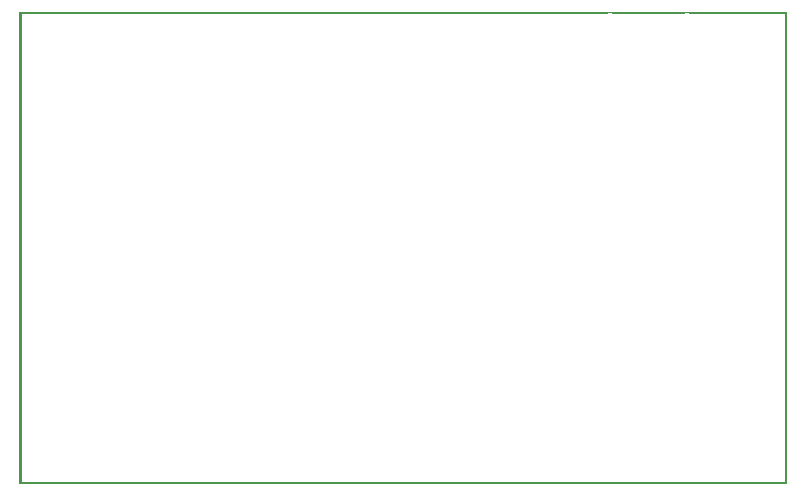
<source format=gbo>
G04 MADE WITH FRITZING*
G04 WWW.FRITZING.ORG*
G04 DOUBLE SIDED*
G04 HOLES PLATED*
G04 CONTOUR ON CENTER OF CONTOUR VECTOR*
%ASAXBY*%
%FSLAX23Y23*%
%MOIN*%
%OFA0B0*%
%SFA1.0B1.0*%
%ADD10R,0.001000X0.001000*%
%LNSILK0*%
G90*
G70*
G54D10*
X0Y1575D02*
X2558Y1575D01*
X0Y1574D02*
X2558Y1574D01*
X0Y1573D02*
X2558Y1573D01*
X0Y1572D02*
X2558Y1572D01*
X0Y1571D02*
X2558Y1571D01*
X0Y1570D02*
X1963Y1570D01*
X1975Y1570D02*
X2219Y1570D01*
X2231Y1570D02*
X2558Y1570D01*
X0Y1569D02*
X1959Y1569D01*
X1980Y1569D02*
X2214Y1569D01*
X2236Y1569D02*
X2558Y1569D01*
X0Y1568D02*
X1956Y1568D01*
X1983Y1568D02*
X2212Y1568D01*
X2238Y1568D02*
X2558Y1568D01*
X0Y1567D02*
X7Y1567D01*
X2551Y1567D02*
X2558Y1567D01*
X0Y1566D02*
X7Y1566D01*
X2551Y1566D02*
X2558Y1566D01*
X0Y1565D02*
X7Y1565D01*
X2551Y1565D02*
X2558Y1565D01*
X0Y1564D02*
X7Y1564D01*
X2551Y1564D02*
X2558Y1564D01*
X0Y1563D02*
X7Y1563D01*
X2551Y1563D02*
X2558Y1563D01*
X0Y1562D02*
X7Y1562D01*
X2551Y1562D02*
X2558Y1562D01*
X0Y1561D02*
X7Y1561D01*
X2551Y1561D02*
X2558Y1561D01*
X0Y1560D02*
X7Y1560D01*
X2551Y1560D02*
X2558Y1560D01*
X0Y1559D02*
X7Y1559D01*
X2551Y1559D02*
X2558Y1559D01*
X0Y1558D02*
X7Y1558D01*
X2551Y1558D02*
X2558Y1558D01*
X0Y1557D02*
X7Y1557D01*
X2551Y1557D02*
X2558Y1557D01*
X0Y1556D02*
X7Y1556D01*
X2551Y1556D02*
X2558Y1556D01*
X0Y1555D02*
X7Y1555D01*
X2551Y1555D02*
X2558Y1555D01*
X0Y1554D02*
X7Y1554D01*
X2551Y1554D02*
X2558Y1554D01*
X0Y1553D02*
X7Y1553D01*
X2551Y1553D02*
X2558Y1553D01*
X0Y1552D02*
X7Y1552D01*
X2551Y1552D02*
X2558Y1552D01*
X0Y1551D02*
X7Y1551D01*
X2551Y1551D02*
X2558Y1551D01*
X0Y1550D02*
X7Y1550D01*
X2551Y1550D02*
X2558Y1550D01*
X0Y1549D02*
X7Y1549D01*
X2551Y1549D02*
X2558Y1549D01*
X0Y1548D02*
X7Y1548D01*
X2551Y1548D02*
X2558Y1548D01*
X0Y1547D02*
X7Y1547D01*
X2551Y1547D02*
X2558Y1547D01*
X0Y1546D02*
X7Y1546D01*
X2551Y1546D02*
X2558Y1546D01*
X0Y1545D02*
X7Y1545D01*
X2551Y1545D02*
X2558Y1545D01*
X0Y1544D02*
X7Y1544D01*
X2551Y1544D02*
X2558Y1544D01*
X0Y1543D02*
X7Y1543D01*
X2551Y1543D02*
X2558Y1543D01*
X0Y1542D02*
X7Y1542D01*
X2551Y1542D02*
X2558Y1542D01*
X0Y1541D02*
X7Y1541D01*
X2551Y1541D02*
X2558Y1541D01*
X0Y1540D02*
X7Y1540D01*
X2551Y1540D02*
X2558Y1540D01*
X0Y1539D02*
X7Y1539D01*
X2551Y1539D02*
X2558Y1539D01*
X0Y1538D02*
X7Y1538D01*
X2551Y1538D02*
X2558Y1538D01*
X0Y1537D02*
X7Y1537D01*
X2551Y1537D02*
X2558Y1537D01*
X0Y1536D02*
X7Y1536D01*
X2551Y1536D02*
X2558Y1536D01*
X0Y1535D02*
X7Y1535D01*
X2551Y1535D02*
X2558Y1535D01*
X0Y1534D02*
X7Y1534D01*
X2551Y1534D02*
X2558Y1534D01*
X0Y1533D02*
X7Y1533D01*
X2551Y1533D02*
X2558Y1533D01*
X0Y1532D02*
X7Y1532D01*
X2551Y1532D02*
X2558Y1532D01*
X0Y1531D02*
X7Y1531D01*
X2551Y1531D02*
X2558Y1531D01*
X0Y1530D02*
X7Y1530D01*
X2551Y1530D02*
X2558Y1530D01*
X0Y1529D02*
X7Y1529D01*
X2551Y1529D02*
X2558Y1529D01*
X0Y1528D02*
X7Y1528D01*
X2551Y1528D02*
X2558Y1528D01*
X0Y1527D02*
X7Y1527D01*
X2551Y1527D02*
X2558Y1527D01*
X0Y1526D02*
X7Y1526D01*
X2551Y1526D02*
X2558Y1526D01*
X0Y1525D02*
X7Y1525D01*
X2551Y1525D02*
X2558Y1525D01*
X0Y1524D02*
X7Y1524D01*
X2551Y1524D02*
X2558Y1524D01*
X0Y1523D02*
X7Y1523D01*
X2551Y1523D02*
X2558Y1523D01*
X0Y1522D02*
X7Y1522D01*
X2551Y1522D02*
X2558Y1522D01*
X0Y1521D02*
X7Y1521D01*
X2551Y1521D02*
X2558Y1521D01*
X0Y1520D02*
X7Y1520D01*
X2551Y1520D02*
X2558Y1520D01*
X0Y1519D02*
X7Y1519D01*
X2551Y1519D02*
X2558Y1519D01*
X0Y1518D02*
X7Y1518D01*
X2551Y1518D02*
X2558Y1518D01*
X0Y1517D02*
X7Y1517D01*
X2551Y1517D02*
X2558Y1517D01*
X0Y1516D02*
X7Y1516D01*
X2551Y1516D02*
X2558Y1516D01*
X0Y1515D02*
X7Y1515D01*
X2551Y1515D02*
X2558Y1515D01*
X0Y1514D02*
X7Y1514D01*
X2551Y1514D02*
X2558Y1514D01*
X0Y1513D02*
X7Y1513D01*
X2551Y1513D02*
X2558Y1513D01*
X0Y1512D02*
X7Y1512D01*
X2551Y1512D02*
X2558Y1512D01*
X0Y1511D02*
X7Y1511D01*
X2551Y1511D02*
X2558Y1511D01*
X0Y1510D02*
X7Y1510D01*
X2551Y1510D02*
X2558Y1510D01*
X0Y1509D02*
X7Y1509D01*
X2551Y1509D02*
X2558Y1509D01*
X0Y1508D02*
X7Y1508D01*
X2551Y1508D02*
X2558Y1508D01*
X0Y1507D02*
X7Y1507D01*
X2551Y1507D02*
X2558Y1507D01*
X0Y1506D02*
X7Y1506D01*
X2551Y1506D02*
X2558Y1506D01*
X0Y1505D02*
X7Y1505D01*
X2551Y1505D02*
X2558Y1505D01*
X0Y1504D02*
X7Y1504D01*
X2551Y1504D02*
X2558Y1504D01*
X0Y1503D02*
X7Y1503D01*
X2551Y1503D02*
X2558Y1503D01*
X0Y1502D02*
X7Y1502D01*
X2551Y1502D02*
X2558Y1502D01*
X0Y1501D02*
X7Y1501D01*
X2551Y1501D02*
X2558Y1501D01*
X0Y1500D02*
X7Y1500D01*
X2551Y1500D02*
X2558Y1500D01*
X0Y1499D02*
X7Y1499D01*
X2551Y1499D02*
X2558Y1499D01*
X0Y1498D02*
X7Y1498D01*
X2551Y1498D02*
X2558Y1498D01*
X0Y1497D02*
X7Y1497D01*
X2551Y1497D02*
X2558Y1497D01*
X0Y1496D02*
X7Y1496D01*
X2551Y1496D02*
X2558Y1496D01*
X0Y1495D02*
X7Y1495D01*
X2551Y1495D02*
X2558Y1495D01*
X0Y1494D02*
X7Y1494D01*
X2551Y1494D02*
X2558Y1494D01*
X0Y1493D02*
X7Y1493D01*
X2551Y1493D02*
X2558Y1493D01*
X0Y1492D02*
X7Y1492D01*
X2551Y1492D02*
X2558Y1492D01*
X0Y1491D02*
X7Y1491D01*
X2551Y1491D02*
X2558Y1491D01*
X0Y1490D02*
X7Y1490D01*
X2551Y1490D02*
X2558Y1490D01*
X0Y1489D02*
X7Y1489D01*
X2551Y1489D02*
X2558Y1489D01*
X0Y1488D02*
X7Y1488D01*
X2551Y1488D02*
X2558Y1488D01*
X0Y1487D02*
X7Y1487D01*
X2551Y1487D02*
X2558Y1487D01*
X0Y1486D02*
X7Y1486D01*
X2551Y1486D02*
X2558Y1486D01*
X0Y1485D02*
X7Y1485D01*
X2551Y1485D02*
X2558Y1485D01*
X0Y1484D02*
X7Y1484D01*
X2551Y1484D02*
X2558Y1484D01*
X0Y1483D02*
X7Y1483D01*
X2551Y1483D02*
X2558Y1483D01*
X0Y1482D02*
X7Y1482D01*
X2551Y1482D02*
X2558Y1482D01*
X0Y1481D02*
X7Y1481D01*
X2551Y1481D02*
X2558Y1481D01*
X0Y1480D02*
X7Y1480D01*
X2551Y1480D02*
X2558Y1480D01*
X0Y1479D02*
X7Y1479D01*
X2551Y1479D02*
X2558Y1479D01*
X0Y1478D02*
X7Y1478D01*
X2551Y1478D02*
X2558Y1478D01*
X0Y1477D02*
X7Y1477D01*
X2551Y1477D02*
X2558Y1477D01*
X0Y1476D02*
X7Y1476D01*
X2551Y1476D02*
X2558Y1476D01*
X0Y1475D02*
X7Y1475D01*
X2551Y1475D02*
X2558Y1475D01*
X0Y1474D02*
X7Y1474D01*
X2551Y1474D02*
X2558Y1474D01*
X0Y1473D02*
X7Y1473D01*
X2551Y1473D02*
X2558Y1473D01*
X0Y1472D02*
X7Y1472D01*
X2551Y1472D02*
X2558Y1472D01*
X0Y1471D02*
X7Y1471D01*
X2551Y1471D02*
X2558Y1471D01*
X0Y1470D02*
X7Y1470D01*
X2551Y1470D02*
X2558Y1470D01*
X0Y1469D02*
X7Y1469D01*
X2551Y1469D02*
X2558Y1469D01*
X0Y1468D02*
X7Y1468D01*
X2551Y1468D02*
X2558Y1468D01*
X0Y1467D02*
X7Y1467D01*
X2551Y1467D02*
X2558Y1467D01*
X0Y1466D02*
X7Y1466D01*
X2551Y1466D02*
X2558Y1466D01*
X0Y1465D02*
X7Y1465D01*
X2551Y1465D02*
X2558Y1465D01*
X0Y1464D02*
X7Y1464D01*
X2551Y1464D02*
X2558Y1464D01*
X0Y1463D02*
X7Y1463D01*
X2551Y1463D02*
X2558Y1463D01*
X0Y1462D02*
X7Y1462D01*
X2551Y1462D02*
X2558Y1462D01*
X0Y1461D02*
X7Y1461D01*
X2551Y1461D02*
X2558Y1461D01*
X0Y1460D02*
X7Y1460D01*
X2551Y1460D02*
X2558Y1460D01*
X0Y1459D02*
X7Y1459D01*
X2551Y1459D02*
X2558Y1459D01*
X0Y1458D02*
X7Y1458D01*
X2551Y1458D02*
X2558Y1458D01*
X0Y1457D02*
X7Y1457D01*
X2551Y1457D02*
X2558Y1457D01*
X0Y1456D02*
X7Y1456D01*
X2551Y1456D02*
X2558Y1456D01*
X0Y1455D02*
X7Y1455D01*
X2551Y1455D02*
X2558Y1455D01*
X0Y1454D02*
X7Y1454D01*
X2551Y1454D02*
X2558Y1454D01*
X0Y1453D02*
X7Y1453D01*
X2551Y1453D02*
X2558Y1453D01*
X0Y1452D02*
X7Y1452D01*
X2551Y1452D02*
X2558Y1452D01*
X0Y1451D02*
X7Y1451D01*
X2551Y1451D02*
X2558Y1451D01*
X0Y1450D02*
X7Y1450D01*
X2551Y1450D02*
X2558Y1450D01*
X0Y1449D02*
X7Y1449D01*
X2551Y1449D02*
X2558Y1449D01*
X0Y1448D02*
X7Y1448D01*
X2551Y1448D02*
X2558Y1448D01*
X0Y1447D02*
X7Y1447D01*
X2551Y1447D02*
X2558Y1447D01*
X0Y1446D02*
X7Y1446D01*
X2551Y1446D02*
X2558Y1446D01*
X0Y1445D02*
X7Y1445D01*
X2551Y1445D02*
X2558Y1445D01*
X0Y1444D02*
X7Y1444D01*
X2551Y1444D02*
X2558Y1444D01*
X0Y1443D02*
X7Y1443D01*
X2551Y1443D02*
X2558Y1443D01*
X0Y1442D02*
X7Y1442D01*
X2551Y1442D02*
X2558Y1442D01*
X0Y1441D02*
X7Y1441D01*
X2551Y1441D02*
X2558Y1441D01*
X0Y1440D02*
X7Y1440D01*
X2551Y1440D02*
X2558Y1440D01*
X0Y1439D02*
X7Y1439D01*
X2551Y1439D02*
X2558Y1439D01*
X0Y1438D02*
X7Y1438D01*
X2551Y1438D02*
X2558Y1438D01*
X0Y1437D02*
X7Y1437D01*
X2551Y1437D02*
X2558Y1437D01*
X0Y1436D02*
X7Y1436D01*
X2551Y1436D02*
X2558Y1436D01*
X0Y1435D02*
X7Y1435D01*
X2551Y1435D02*
X2558Y1435D01*
X0Y1434D02*
X7Y1434D01*
X2551Y1434D02*
X2558Y1434D01*
X0Y1433D02*
X7Y1433D01*
X2551Y1433D02*
X2558Y1433D01*
X0Y1432D02*
X7Y1432D01*
X2551Y1432D02*
X2558Y1432D01*
X0Y1431D02*
X7Y1431D01*
X2551Y1431D02*
X2558Y1431D01*
X0Y1430D02*
X7Y1430D01*
X2551Y1430D02*
X2558Y1430D01*
X0Y1429D02*
X7Y1429D01*
X2551Y1429D02*
X2558Y1429D01*
X0Y1428D02*
X7Y1428D01*
X2551Y1428D02*
X2558Y1428D01*
X0Y1427D02*
X7Y1427D01*
X2551Y1427D02*
X2558Y1427D01*
X0Y1426D02*
X7Y1426D01*
X2551Y1426D02*
X2558Y1426D01*
X0Y1425D02*
X7Y1425D01*
X2551Y1425D02*
X2558Y1425D01*
X0Y1424D02*
X7Y1424D01*
X2551Y1424D02*
X2558Y1424D01*
X0Y1423D02*
X7Y1423D01*
X2551Y1423D02*
X2558Y1423D01*
X0Y1422D02*
X7Y1422D01*
X2551Y1422D02*
X2558Y1422D01*
X0Y1421D02*
X7Y1421D01*
X2551Y1421D02*
X2558Y1421D01*
X0Y1420D02*
X7Y1420D01*
X2551Y1420D02*
X2558Y1420D01*
X0Y1419D02*
X7Y1419D01*
X2551Y1419D02*
X2558Y1419D01*
X0Y1418D02*
X7Y1418D01*
X2551Y1418D02*
X2558Y1418D01*
X0Y1417D02*
X7Y1417D01*
X2551Y1417D02*
X2558Y1417D01*
X0Y1416D02*
X7Y1416D01*
X2551Y1416D02*
X2558Y1416D01*
X0Y1415D02*
X7Y1415D01*
X2551Y1415D02*
X2558Y1415D01*
X0Y1414D02*
X7Y1414D01*
X2551Y1414D02*
X2558Y1414D01*
X0Y1413D02*
X7Y1413D01*
X2551Y1413D02*
X2558Y1413D01*
X0Y1412D02*
X7Y1412D01*
X2551Y1412D02*
X2558Y1412D01*
X0Y1411D02*
X7Y1411D01*
X2551Y1411D02*
X2558Y1411D01*
X0Y1410D02*
X7Y1410D01*
X2551Y1410D02*
X2558Y1410D01*
X0Y1409D02*
X7Y1409D01*
X2551Y1409D02*
X2558Y1409D01*
X0Y1408D02*
X7Y1408D01*
X2551Y1408D02*
X2558Y1408D01*
X0Y1407D02*
X7Y1407D01*
X2551Y1407D02*
X2558Y1407D01*
X0Y1406D02*
X7Y1406D01*
X2551Y1406D02*
X2558Y1406D01*
X0Y1405D02*
X7Y1405D01*
X2551Y1405D02*
X2558Y1405D01*
X0Y1404D02*
X7Y1404D01*
X2551Y1404D02*
X2558Y1404D01*
X0Y1403D02*
X7Y1403D01*
X2551Y1403D02*
X2558Y1403D01*
X0Y1402D02*
X7Y1402D01*
X2551Y1402D02*
X2558Y1402D01*
X0Y1401D02*
X7Y1401D01*
X2551Y1401D02*
X2558Y1401D01*
X0Y1400D02*
X7Y1400D01*
X2551Y1400D02*
X2558Y1400D01*
X0Y1399D02*
X7Y1399D01*
X2551Y1399D02*
X2558Y1399D01*
X0Y1398D02*
X7Y1398D01*
X2551Y1398D02*
X2558Y1398D01*
X0Y1397D02*
X7Y1397D01*
X2551Y1397D02*
X2558Y1397D01*
X0Y1396D02*
X7Y1396D01*
X2551Y1396D02*
X2558Y1396D01*
X0Y1395D02*
X7Y1395D01*
X2551Y1395D02*
X2558Y1395D01*
X0Y1394D02*
X7Y1394D01*
X2551Y1394D02*
X2558Y1394D01*
X0Y1393D02*
X7Y1393D01*
X2551Y1393D02*
X2558Y1393D01*
X0Y1392D02*
X7Y1392D01*
X2551Y1392D02*
X2558Y1392D01*
X0Y1391D02*
X7Y1391D01*
X2551Y1391D02*
X2558Y1391D01*
X0Y1390D02*
X7Y1390D01*
X2551Y1390D02*
X2558Y1390D01*
X0Y1389D02*
X7Y1389D01*
X2551Y1389D02*
X2558Y1389D01*
X0Y1388D02*
X7Y1388D01*
X2551Y1388D02*
X2558Y1388D01*
X0Y1387D02*
X7Y1387D01*
X2551Y1387D02*
X2558Y1387D01*
X0Y1386D02*
X7Y1386D01*
X2551Y1386D02*
X2558Y1386D01*
X0Y1385D02*
X7Y1385D01*
X2551Y1385D02*
X2558Y1385D01*
X0Y1384D02*
X7Y1384D01*
X2551Y1384D02*
X2558Y1384D01*
X0Y1383D02*
X7Y1383D01*
X2551Y1383D02*
X2558Y1383D01*
X0Y1382D02*
X7Y1382D01*
X2551Y1382D02*
X2558Y1382D01*
X0Y1381D02*
X7Y1381D01*
X2551Y1381D02*
X2558Y1381D01*
X0Y1380D02*
X7Y1380D01*
X2551Y1380D02*
X2558Y1380D01*
X0Y1379D02*
X7Y1379D01*
X2551Y1379D02*
X2558Y1379D01*
X0Y1378D02*
X7Y1378D01*
X2551Y1378D02*
X2558Y1378D01*
X0Y1377D02*
X7Y1377D01*
X2551Y1377D02*
X2558Y1377D01*
X0Y1376D02*
X7Y1376D01*
X2551Y1376D02*
X2558Y1376D01*
X0Y1375D02*
X7Y1375D01*
X2551Y1375D02*
X2558Y1375D01*
X0Y1374D02*
X7Y1374D01*
X2551Y1374D02*
X2558Y1374D01*
X0Y1373D02*
X7Y1373D01*
X2551Y1373D02*
X2558Y1373D01*
X0Y1372D02*
X7Y1372D01*
X2551Y1372D02*
X2558Y1372D01*
X0Y1371D02*
X7Y1371D01*
X2551Y1371D02*
X2558Y1371D01*
X0Y1370D02*
X7Y1370D01*
X2551Y1370D02*
X2558Y1370D01*
X0Y1369D02*
X7Y1369D01*
X2551Y1369D02*
X2558Y1369D01*
X0Y1368D02*
X7Y1368D01*
X2551Y1368D02*
X2558Y1368D01*
X0Y1367D02*
X7Y1367D01*
X2551Y1367D02*
X2558Y1367D01*
X0Y1366D02*
X7Y1366D01*
X2551Y1366D02*
X2558Y1366D01*
X0Y1365D02*
X7Y1365D01*
X2551Y1365D02*
X2558Y1365D01*
X0Y1364D02*
X7Y1364D01*
X2551Y1364D02*
X2558Y1364D01*
X0Y1363D02*
X7Y1363D01*
X2551Y1363D02*
X2558Y1363D01*
X0Y1362D02*
X7Y1362D01*
X2551Y1362D02*
X2558Y1362D01*
X0Y1361D02*
X7Y1361D01*
X2551Y1361D02*
X2558Y1361D01*
X0Y1360D02*
X7Y1360D01*
X2551Y1360D02*
X2558Y1360D01*
X0Y1359D02*
X7Y1359D01*
X2551Y1359D02*
X2558Y1359D01*
X0Y1358D02*
X7Y1358D01*
X2551Y1358D02*
X2558Y1358D01*
X0Y1357D02*
X7Y1357D01*
X2551Y1357D02*
X2558Y1357D01*
X0Y1356D02*
X7Y1356D01*
X2551Y1356D02*
X2558Y1356D01*
X0Y1355D02*
X7Y1355D01*
X2551Y1355D02*
X2558Y1355D01*
X0Y1354D02*
X7Y1354D01*
X2551Y1354D02*
X2558Y1354D01*
X0Y1353D02*
X7Y1353D01*
X2551Y1353D02*
X2558Y1353D01*
X0Y1352D02*
X7Y1352D01*
X2551Y1352D02*
X2558Y1352D01*
X0Y1351D02*
X7Y1351D01*
X2551Y1351D02*
X2558Y1351D01*
X0Y1350D02*
X7Y1350D01*
X2551Y1350D02*
X2558Y1350D01*
X0Y1349D02*
X7Y1349D01*
X2551Y1349D02*
X2558Y1349D01*
X0Y1348D02*
X7Y1348D01*
X2551Y1348D02*
X2558Y1348D01*
X0Y1347D02*
X7Y1347D01*
X2551Y1347D02*
X2558Y1347D01*
X0Y1346D02*
X7Y1346D01*
X2551Y1346D02*
X2558Y1346D01*
X0Y1345D02*
X7Y1345D01*
X2551Y1345D02*
X2558Y1345D01*
X0Y1344D02*
X7Y1344D01*
X2551Y1344D02*
X2558Y1344D01*
X0Y1343D02*
X7Y1343D01*
X2551Y1343D02*
X2558Y1343D01*
X0Y1342D02*
X7Y1342D01*
X2551Y1342D02*
X2558Y1342D01*
X0Y1341D02*
X7Y1341D01*
X2551Y1341D02*
X2558Y1341D01*
X0Y1340D02*
X7Y1340D01*
X2551Y1340D02*
X2558Y1340D01*
X0Y1339D02*
X7Y1339D01*
X2551Y1339D02*
X2558Y1339D01*
X0Y1338D02*
X7Y1338D01*
X2551Y1338D02*
X2558Y1338D01*
X0Y1337D02*
X7Y1337D01*
X2551Y1337D02*
X2558Y1337D01*
X0Y1336D02*
X7Y1336D01*
X2551Y1336D02*
X2558Y1336D01*
X0Y1335D02*
X7Y1335D01*
X2551Y1335D02*
X2558Y1335D01*
X0Y1334D02*
X7Y1334D01*
X2551Y1334D02*
X2558Y1334D01*
X0Y1333D02*
X7Y1333D01*
X2551Y1333D02*
X2558Y1333D01*
X0Y1332D02*
X7Y1332D01*
X2551Y1332D02*
X2558Y1332D01*
X0Y1331D02*
X7Y1331D01*
X2551Y1331D02*
X2558Y1331D01*
X0Y1330D02*
X7Y1330D01*
X2551Y1330D02*
X2558Y1330D01*
X0Y1329D02*
X7Y1329D01*
X2551Y1329D02*
X2558Y1329D01*
X0Y1328D02*
X7Y1328D01*
X2551Y1328D02*
X2558Y1328D01*
X0Y1327D02*
X7Y1327D01*
X2551Y1327D02*
X2558Y1327D01*
X0Y1326D02*
X7Y1326D01*
X2551Y1326D02*
X2558Y1326D01*
X0Y1325D02*
X7Y1325D01*
X2551Y1325D02*
X2558Y1325D01*
X0Y1324D02*
X7Y1324D01*
X2551Y1324D02*
X2558Y1324D01*
X0Y1323D02*
X7Y1323D01*
X2551Y1323D02*
X2558Y1323D01*
X0Y1322D02*
X7Y1322D01*
X2551Y1322D02*
X2558Y1322D01*
X0Y1321D02*
X7Y1321D01*
X2551Y1321D02*
X2558Y1321D01*
X0Y1320D02*
X7Y1320D01*
X2551Y1320D02*
X2558Y1320D01*
X0Y1319D02*
X7Y1319D01*
X2551Y1319D02*
X2558Y1319D01*
X0Y1318D02*
X7Y1318D01*
X2551Y1318D02*
X2558Y1318D01*
X0Y1317D02*
X7Y1317D01*
X2551Y1317D02*
X2558Y1317D01*
X0Y1316D02*
X7Y1316D01*
X2551Y1316D02*
X2558Y1316D01*
X0Y1315D02*
X7Y1315D01*
X2551Y1315D02*
X2558Y1315D01*
X0Y1314D02*
X7Y1314D01*
X2551Y1314D02*
X2558Y1314D01*
X0Y1313D02*
X7Y1313D01*
X2551Y1313D02*
X2558Y1313D01*
X0Y1312D02*
X7Y1312D01*
X2551Y1312D02*
X2558Y1312D01*
X0Y1311D02*
X7Y1311D01*
X2551Y1311D02*
X2558Y1311D01*
X0Y1310D02*
X7Y1310D01*
X2551Y1310D02*
X2558Y1310D01*
X0Y1309D02*
X7Y1309D01*
X2551Y1309D02*
X2558Y1309D01*
X0Y1308D02*
X7Y1308D01*
X2551Y1308D02*
X2558Y1308D01*
X0Y1307D02*
X7Y1307D01*
X2551Y1307D02*
X2558Y1307D01*
X0Y1306D02*
X7Y1306D01*
X2551Y1306D02*
X2558Y1306D01*
X0Y1305D02*
X7Y1305D01*
X2551Y1305D02*
X2558Y1305D01*
X0Y1304D02*
X7Y1304D01*
X2551Y1304D02*
X2558Y1304D01*
X0Y1303D02*
X7Y1303D01*
X2551Y1303D02*
X2558Y1303D01*
X0Y1302D02*
X7Y1302D01*
X2551Y1302D02*
X2558Y1302D01*
X0Y1301D02*
X7Y1301D01*
X2551Y1301D02*
X2558Y1301D01*
X0Y1300D02*
X7Y1300D01*
X2551Y1300D02*
X2558Y1300D01*
X0Y1299D02*
X7Y1299D01*
X2551Y1299D02*
X2558Y1299D01*
X0Y1298D02*
X7Y1298D01*
X2551Y1298D02*
X2558Y1298D01*
X0Y1297D02*
X7Y1297D01*
X2551Y1297D02*
X2558Y1297D01*
X0Y1296D02*
X7Y1296D01*
X2551Y1296D02*
X2558Y1296D01*
X0Y1295D02*
X7Y1295D01*
X2551Y1295D02*
X2558Y1295D01*
X0Y1294D02*
X7Y1294D01*
X2551Y1294D02*
X2558Y1294D01*
X0Y1293D02*
X7Y1293D01*
X2551Y1293D02*
X2558Y1293D01*
X0Y1292D02*
X7Y1292D01*
X2551Y1292D02*
X2558Y1292D01*
X0Y1291D02*
X7Y1291D01*
X2551Y1291D02*
X2558Y1291D01*
X0Y1290D02*
X7Y1290D01*
X2551Y1290D02*
X2558Y1290D01*
X0Y1289D02*
X7Y1289D01*
X2551Y1289D02*
X2558Y1289D01*
X0Y1288D02*
X7Y1288D01*
X2551Y1288D02*
X2558Y1288D01*
X0Y1287D02*
X7Y1287D01*
X2551Y1287D02*
X2558Y1287D01*
X0Y1286D02*
X7Y1286D01*
X2551Y1286D02*
X2558Y1286D01*
X0Y1285D02*
X7Y1285D01*
X2551Y1285D02*
X2558Y1285D01*
X0Y1284D02*
X7Y1284D01*
X2551Y1284D02*
X2558Y1284D01*
X0Y1283D02*
X7Y1283D01*
X2551Y1283D02*
X2558Y1283D01*
X0Y1282D02*
X7Y1282D01*
X2551Y1282D02*
X2558Y1282D01*
X0Y1281D02*
X7Y1281D01*
X2551Y1281D02*
X2558Y1281D01*
X0Y1280D02*
X7Y1280D01*
X2551Y1280D02*
X2558Y1280D01*
X0Y1279D02*
X7Y1279D01*
X2551Y1279D02*
X2558Y1279D01*
X0Y1278D02*
X7Y1278D01*
X2551Y1278D02*
X2558Y1278D01*
X0Y1277D02*
X7Y1277D01*
X2551Y1277D02*
X2558Y1277D01*
X0Y1276D02*
X7Y1276D01*
X2551Y1276D02*
X2558Y1276D01*
X0Y1275D02*
X7Y1275D01*
X2551Y1275D02*
X2558Y1275D01*
X0Y1274D02*
X7Y1274D01*
X2551Y1274D02*
X2558Y1274D01*
X0Y1273D02*
X7Y1273D01*
X2551Y1273D02*
X2558Y1273D01*
X0Y1272D02*
X7Y1272D01*
X2551Y1272D02*
X2558Y1272D01*
X0Y1271D02*
X7Y1271D01*
X2551Y1271D02*
X2558Y1271D01*
X0Y1270D02*
X7Y1270D01*
X2551Y1270D02*
X2558Y1270D01*
X0Y1269D02*
X7Y1269D01*
X2551Y1269D02*
X2558Y1269D01*
X0Y1268D02*
X7Y1268D01*
X2551Y1268D02*
X2558Y1268D01*
X0Y1267D02*
X7Y1267D01*
X2551Y1267D02*
X2558Y1267D01*
X0Y1266D02*
X7Y1266D01*
X2551Y1266D02*
X2558Y1266D01*
X0Y1265D02*
X7Y1265D01*
X2551Y1265D02*
X2558Y1265D01*
X0Y1264D02*
X7Y1264D01*
X2551Y1264D02*
X2558Y1264D01*
X0Y1263D02*
X7Y1263D01*
X2551Y1263D02*
X2558Y1263D01*
X0Y1262D02*
X7Y1262D01*
X2551Y1262D02*
X2558Y1262D01*
X0Y1261D02*
X7Y1261D01*
X2551Y1261D02*
X2558Y1261D01*
X0Y1260D02*
X7Y1260D01*
X2551Y1260D02*
X2558Y1260D01*
X0Y1259D02*
X7Y1259D01*
X2551Y1259D02*
X2558Y1259D01*
X0Y1258D02*
X7Y1258D01*
X2551Y1258D02*
X2558Y1258D01*
X0Y1257D02*
X7Y1257D01*
X2551Y1257D02*
X2558Y1257D01*
X0Y1256D02*
X7Y1256D01*
X2551Y1256D02*
X2558Y1256D01*
X0Y1255D02*
X7Y1255D01*
X2551Y1255D02*
X2558Y1255D01*
X0Y1254D02*
X7Y1254D01*
X2551Y1254D02*
X2558Y1254D01*
X0Y1253D02*
X7Y1253D01*
X2551Y1253D02*
X2558Y1253D01*
X0Y1252D02*
X7Y1252D01*
X2551Y1252D02*
X2558Y1252D01*
X0Y1251D02*
X7Y1251D01*
X2551Y1251D02*
X2558Y1251D01*
X0Y1250D02*
X7Y1250D01*
X2551Y1250D02*
X2558Y1250D01*
X0Y1249D02*
X7Y1249D01*
X2551Y1249D02*
X2558Y1249D01*
X0Y1248D02*
X7Y1248D01*
X2551Y1248D02*
X2558Y1248D01*
X0Y1247D02*
X7Y1247D01*
X2551Y1247D02*
X2558Y1247D01*
X0Y1246D02*
X7Y1246D01*
X2551Y1246D02*
X2558Y1246D01*
X0Y1245D02*
X7Y1245D01*
X2551Y1245D02*
X2558Y1245D01*
X0Y1244D02*
X7Y1244D01*
X2551Y1244D02*
X2558Y1244D01*
X0Y1243D02*
X7Y1243D01*
X2551Y1243D02*
X2558Y1243D01*
X0Y1242D02*
X7Y1242D01*
X2551Y1242D02*
X2558Y1242D01*
X0Y1241D02*
X7Y1241D01*
X2551Y1241D02*
X2558Y1241D01*
X0Y1240D02*
X7Y1240D01*
X2551Y1240D02*
X2558Y1240D01*
X0Y1239D02*
X7Y1239D01*
X2551Y1239D02*
X2558Y1239D01*
X0Y1238D02*
X7Y1238D01*
X2551Y1238D02*
X2558Y1238D01*
X0Y1237D02*
X7Y1237D01*
X2551Y1237D02*
X2558Y1237D01*
X0Y1236D02*
X7Y1236D01*
X2551Y1236D02*
X2558Y1236D01*
X0Y1235D02*
X7Y1235D01*
X2551Y1235D02*
X2558Y1235D01*
X0Y1234D02*
X7Y1234D01*
X2551Y1234D02*
X2558Y1234D01*
X0Y1233D02*
X7Y1233D01*
X2551Y1233D02*
X2558Y1233D01*
X0Y1232D02*
X7Y1232D01*
X2551Y1232D02*
X2558Y1232D01*
X0Y1231D02*
X7Y1231D01*
X2551Y1231D02*
X2558Y1231D01*
X0Y1230D02*
X7Y1230D01*
X2551Y1230D02*
X2558Y1230D01*
X0Y1229D02*
X7Y1229D01*
X2551Y1229D02*
X2558Y1229D01*
X0Y1228D02*
X7Y1228D01*
X2551Y1228D02*
X2558Y1228D01*
X0Y1227D02*
X7Y1227D01*
X2551Y1227D02*
X2558Y1227D01*
X0Y1226D02*
X7Y1226D01*
X2551Y1226D02*
X2558Y1226D01*
X0Y1225D02*
X7Y1225D01*
X2551Y1225D02*
X2558Y1225D01*
X0Y1224D02*
X7Y1224D01*
X2551Y1224D02*
X2558Y1224D01*
X0Y1223D02*
X7Y1223D01*
X2551Y1223D02*
X2558Y1223D01*
X0Y1222D02*
X7Y1222D01*
X2551Y1222D02*
X2558Y1222D01*
X0Y1221D02*
X7Y1221D01*
X2551Y1221D02*
X2558Y1221D01*
X0Y1220D02*
X7Y1220D01*
X2551Y1220D02*
X2558Y1220D01*
X0Y1219D02*
X7Y1219D01*
X2551Y1219D02*
X2558Y1219D01*
X0Y1218D02*
X7Y1218D01*
X2551Y1218D02*
X2558Y1218D01*
X0Y1217D02*
X7Y1217D01*
X2551Y1217D02*
X2558Y1217D01*
X0Y1216D02*
X7Y1216D01*
X2551Y1216D02*
X2558Y1216D01*
X0Y1215D02*
X7Y1215D01*
X2551Y1215D02*
X2558Y1215D01*
X0Y1214D02*
X7Y1214D01*
X2551Y1214D02*
X2558Y1214D01*
X0Y1213D02*
X7Y1213D01*
X2551Y1213D02*
X2558Y1213D01*
X0Y1212D02*
X7Y1212D01*
X2551Y1212D02*
X2558Y1212D01*
X0Y1211D02*
X7Y1211D01*
X2551Y1211D02*
X2558Y1211D01*
X0Y1210D02*
X7Y1210D01*
X2551Y1210D02*
X2558Y1210D01*
X0Y1209D02*
X7Y1209D01*
X2551Y1209D02*
X2558Y1209D01*
X0Y1208D02*
X7Y1208D01*
X2551Y1208D02*
X2558Y1208D01*
X0Y1207D02*
X7Y1207D01*
X2551Y1207D02*
X2558Y1207D01*
X0Y1206D02*
X7Y1206D01*
X2551Y1206D02*
X2558Y1206D01*
X0Y1205D02*
X7Y1205D01*
X2551Y1205D02*
X2558Y1205D01*
X0Y1204D02*
X7Y1204D01*
X2551Y1204D02*
X2558Y1204D01*
X0Y1203D02*
X7Y1203D01*
X2551Y1203D02*
X2558Y1203D01*
X0Y1202D02*
X7Y1202D01*
X2551Y1202D02*
X2558Y1202D01*
X0Y1201D02*
X7Y1201D01*
X2551Y1201D02*
X2558Y1201D01*
X0Y1200D02*
X7Y1200D01*
X2551Y1200D02*
X2558Y1200D01*
X0Y1199D02*
X7Y1199D01*
X2551Y1199D02*
X2558Y1199D01*
X0Y1198D02*
X7Y1198D01*
X2551Y1198D02*
X2558Y1198D01*
X0Y1197D02*
X7Y1197D01*
X2551Y1197D02*
X2558Y1197D01*
X0Y1196D02*
X7Y1196D01*
X2551Y1196D02*
X2558Y1196D01*
X0Y1195D02*
X7Y1195D01*
X2551Y1195D02*
X2558Y1195D01*
X0Y1194D02*
X7Y1194D01*
X2551Y1194D02*
X2558Y1194D01*
X0Y1193D02*
X7Y1193D01*
X2551Y1193D02*
X2558Y1193D01*
X0Y1192D02*
X7Y1192D01*
X2551Y1192D02*
X2558Y1192D01*
X0Y1191D02*
X7Y1191D01*
X2551Y1191D02*
X2558Y1191D01*
X0Y1190D02*
X7Y1190D01*
X2551Y1190D02*
X2558Y1190D01*
X0Y1189D02*
X7Y1189D01*
X2551Y1189D02*
X2558Y1189D01*
X0Y1188D02*
X7Y1188D01*
X2551Y1188D02*
X2558Y1188D01*
X0Y1187D02*
X7Y1187D01*
X2551Y1187D02*
X2558Y1187D01*
X0Y1186D02*
X7Y1186D01*
X2551Y1186D02*
X2558Y1186D01*
X0Y1185D02*
X7Y1185D01*
X2551Y1185D02*
X2558Y1185D01*
X0Y1184D02*
X7Y1184D01*
X2551Y1184D02*
X2558Y1184D01*
X0Y1183D02*
X7Y1183D01*
X2551Y1183D02*
X2558Y1183D01*
X0Y1182D02*
X7Y1182D01*
X2551Y1182D02*
X2558Y1182D01*
X0Y1181D02*
X7Y1181D01*
X2551Y1181D02*
X2558Y1181D01*
X0Y1180D02*
X7Y1180D01*
X2551Y1180D02*
X2558Y1180D01*
X0Y1179D02*
X7Y1179D01*
X2551Y1179D02*
X2558Y1179D01*
X0Y1178D02*
X7Y1178D01*
X2551Y1178D02*
X2558Y1178D01*
X0Y1177D02*
X7Y1177D01*
X2551Y1177D02*
X2558Y1177D01*
X0Y1176D02*
X7Y1176D01*
X2551Y1176D02*
X2558Y1176D01*
X0Y1175D02*
X7Y1175D01*
X2551Y1175D02*
X2558Y1175D01*
X0Y1174D02*
X7Y1174D01*
X2551Y1174D02*
X2558Y1174D01*
X0Y1173D02*
X7Y1173D01*
X2551Y1173D02*
X2558Y1173D01*
X0Y1172D02*
X7Y1172D01*
X2551Y1172D02*
X2558Y1172D01*
X0Y1171D02*
X7Y1171D01*
X2551Y1171D02*
X2558Y1171D01*
X0Y1170D02*
X7Y1170D01*
X2551Y1170D02*
X2558Y1170D01*
X0Y1169D02*
X7Y1169D01*
X2551Y1169D02*
X2558Y1169D01*
X0Y1168D02*
X7Y1168D01*
X2551Y1168D02*
X2558Y1168D01*
X0Y1167D02*
X7Y1167D01*
X2551Y1167D02*
X2558Y1167D01*
X0Y1166D02*
X7Y1166D01*
X2551Y1166D02*
X2558Y1166D01*
X0Y1165D02*
X7Y1165D01*
X2551Y1165D02*
X2558Y1165D01*
X0Y1164D02*
X7Y1164D01*
X2551Y1164D02*
X2558Y1164D01*
X0Y1163D02*
X7Y1163D01*
X2551Y1163D02*
X2558Y1163D01*
X0Y1162D02*
X7Y1162D01*
X2551Y1162D02*
X2558Y1162D01*
X0Y1161D02*
X7Y1161D01*
X2551Y1161D02*
X2558Y1161D01*
X0Y1160D02*
X7Y1160D01*
X2551Y1160D02*
X2558Y1160D01*
X0Y1159D02*
X7Y1159D01*
X2551Y1159D02*
X2558Y1159D01*
X0Y1158D02*
X7Y1158D01*
X2551Y1158D02*
X2558Y1158D01*
X0Y1157D02*
X7Y1157D01*
X2551Y1157D02*
X2558Y1157D01*
X0Y1156D02*
X7Y1156D01*
X2551Y1156D02*
X2558Y1156D01*
X0Y1155D02*
X7Y1155D01*
X2551Y1155D02*
X2558Y1155D01*
X0Y1154D02*
X7Y1154D01*
X2551Y1154D02*
X2558Y1154D01*
X0Y1153D02*
X7Y1153D01*
X2551Y1153D02*
X2558Y1153D01*
X0Y1152D02*
X7Y1152D01*
X2551Y1152D02*
X2558Y1152D01*
X0Y1151D02*
X7Y1151D01*
X2551Y1151D02*
X2558Y1151D01*
X0Y1150D02*
X7Y1150D01*
X2551Y1150D02*
X2558Y1150D01*
X0Y1149D02*
X7Y1149D01*
X2551Y1149D02*
X2558Y1149D01*
X0Y1148D02*
X7Y1148D01*
X2551Y1148D02*
X2558Y1148D01*
X0Y1147D02*
X7Y1147D01*
X2551Y1147D02*
X2558Y1147D01*
X0Y1146D02*
X7Y1146D01*
X2551Y1146D02*
X2558Y1146D01*
X0Y1145D02*
X7Y1145D01*
X2551Y1145D02*
X2558Y1145D01*
X0Y1144D02*
X7Y1144D01*
X2551Y1144D02*
X2558Y1144D01*
X0Y1143D02*
X7Y1143D01*
X2551Y1143D02*
X2558Y1143D01*
X0Y1142D02*
X7Y1142D01*
X2551Y1142D02*
X2558Y1142D01*
X0Y1141D02*
X7Y1141D01*
X2551Y1141D02*
X2558Y1141D01*
X0Y1140D02*
X7Y1140D01*
X2551Y1140D02*
X2558Y1140D01*
X0Y1139D02*
X7Y1139D01*
X2551Y1139D02*
X2558Y1139D01*
X0Y1138D02*
X7Y1138D01*
X2551Y1138D02*
X2558Y1138D01*
X0Y1137D02*
X7Y1137D01*
X2551Y1137D02*
X2558Y1137D01*
X0Y1136D02*
X7Y1136D01*
X2551Y1136D02*
X2558Y1136D01*
X0Y1135D02*
X7Y1135D01*
X2551Y1135D02*
X2558Y1135D01*
X0Y1134D02*
X7Y1134D01*
X2551Y1134D02*
X2558Y1134D01*
X0Y1133D02*
X7Y1133D01*
X2551Y1133D02*
X2558Y1133D01*
X0Y1132D02*
X7Y1132D01*
X2551Y1132D02*
X2558Y1132D01*
X0Y1131D02*
X7Y1131D01*
X2551Y1131D02*
X2558Y1131D01*
X0Y1130D02*
X7Y1130D01*
X2551Y1130D02*
X2558Y1130D01*
X0Y1129D02*
X7Y1129D01*
X2551Y1129D02*
X2558Y1129D01*
X0Y1128D02*
X7Y1128D01*
X2551Y1128D02*
X2558Y1128D01*
X0Y1127D02*
X7Y1127D01*
X2551Y1127D02*
X2558Y1127D01*
X0Y1126D02*
X7Y1126D01*
X2551Y1126D02*
X2558Y1126D01*
X0Y1125D02*
X7Y1125D01*
X2551Y1125D02*
X2558Y1125D01*
X0Y1124D02*
X7Y1124D01*
X2551Y1124D02*
X2558Y1124D01*
X0Y1123D02*
X7Y1123D01*
X2551Y1123D02*
X2558Y1123D01*
X0Y1122D02*
X7Y1122D01*
X2551Y1122D02*
X2558Y1122D01*
X0Y1121D02*
X7Y1121D01*
X2551Y1121D02*
X2558Y1121D01*
X0Y1120D02*
X7Y1120D01*
X2551Y1120D02*
X2558Y1120D01*
X0Y1119D02*
X7Y1119D01*
X2551Y1119D02*
X2558Y1119D01*
X0Y1118D02*
X7Y1118D01*
X2551Y1118D02*
X2558Y1118D01*
X0Y1117D02*
X7Y1117D01*
X2551Y1117D02*
X2558Y1117D01*
X0Y1116D02*
X7Y1116D01*
X2551Y1116D02*
X2558Y1116D01*
X0Y1115D02*
X7Y1115D01*
X2551Y1115D02*
X2558Y1115D01*
X0Y1114D02*
X7Y1114D01*
X2551Y1114D02*
X2558Y1114D01*
X0Y1113D02*
X7Y1113D01*
X2551Y1113D02*
X2558Y1113D01*
X0Y1112D02*
X7Y1112D01*
X2551Y1112D02*
X2558Y1112D01*
X0Y1111D02*
X7Y1111D01*
X2551Y1111D02*
X2558Y1111D01*
X0Y1110D02*
X7Y1110D01*
X2551Y1110D02*
X2558Y1110D01*
X0Y1109D02*
X7Y1109D01*
X2551Y1109D02*
X2558Y1109D01*
X0Y1108D02*
X7Y1108D01*
X2551Y1108D02*
X2558Y1108D01*
X0Y1107D02*
X7Y1107D01*
X2551Y1107D02*
X2558Y1107D01*
X0Y1106D02*
X7Y1106D01*
X2551Y1106D02*
X2558Y1106D01*
X0Y1105D02*
X7Y1105D01*
X2551Y1105D02*
X2558Y1105D01*
X0Y1104D02*
X7Y1104D01*
X2551Y1104D02*
X2558Y1104D01*
X0Y1103D02*
X7Y1103D01*
X2551Y1103D02*
X2558Y1103D01*
X0Y1102D02*
X7Y1102D01*
X2551Y1102D02*
X2558Y1102D01*
X0Y1101D02*
X7Y1101D01*
X2551Y1101D02*
X2558Y1101D01*
X0Y1100D02*
X7Y1100D01*
X2551Y1100D02*
X2558Y1100D01*
X0Y1099D02*
X7Y1099D01*
X2551Y1099D02*
X2558Y1099D01*
X0Y1098D02*
X7Y1098D01*
X2551Y1098D02*
X2558Y1098D01*
X0Y1097D02*
X7Y1097D01*
X2551Y1097D02*
X2558Y1097D01*
X0Y1096D02*
X7Y1096D01*
X2551Y1096D02*
X2558Y1096D01*
X0Y1095D02*
X7Y1095D01*
X2551Y1095D02*
X2558Y1095D01*
X0Y1094D02*
X7Y1094D01*
X2551Y1094D02*
X2558Y1094D01*
X0Y1093D02*
X7Y1093D01*
X2551Y1093D02*
X2558Y1093D01*
X0Y1092D02*
X7Y1092D01*
X2551Y1092D02*
X2558Y1092D01*
X0Y1091D02*
X7Y1091D01*
X2551Y1091D02*
X2558Y1091D01*
X0Y1090D02*
X7Y1090D01*
X2551Y1090D02*
X2558Y1090D01*
X0Y1089D02*
X7Y1089D01*
X2551Y1089D02*
X2558Y1089D01*
X0Y1088D02*
X7Y1088D01*
X2551Y1088D02*
X2558Y1088D01*
X0Y1087D02*
X7Y1087D01*
X2551Y1087D02*
X2558Y1087D01*
X0Y1086D02*
X7Y1086D01*
X2551Y1086D02*
X2558Y1086D01*
X0Y1085D02*
X7Y1085D01*
X2551Y1085D02*
X2558Y1085D01*
X0Y1084D02*
X7Y1084D01*
X2551Y1084D02*
X2558Y1084D01*
X0Y1083D02*
X7Y1083D01*
X2551Y1083D02*
X2558Y1083D01*
X0Y1082D02*
X7Y1082D01*
X2551Y1082D02*
X2558Y1082D01*
X0Y1081D02*
X7Y1081D01*
X2551Y1081D02*
X2558Y1081D01*
X0Y1080D02*
X7Y1080D01*
X2551Y1080D02*
X2558Y1080D01*
X0Y1079D02*
X7Y1079D01*
X2551Y1079D02*
X2558Y1079D01*
X0Y1078D02*
X7Y1078D01*
X2551Y1078D02*
X2558Y1078D01*
X0Y1077D02*
X7Y1077D01*
X2551Y1077D02*
X2558Y1077D01*
X0Y1076D02*
X7Y1076D01*
X2551Y1076D02*
X2558Y1076D01*
X0Y1075D02*
X7Y1075D01*
X2551Y1075D02*
X2558Y1075D01*
X0Y1074D02*
X7Y1074D01*
X2551Y1074D02*
X2558Y1074D01*
X0Y1073D02*
X7Y1073D01*
X2551Y1073D02*
X2558Y1073D01*
X0Y1072D02*
X7Y1072D01*
X2551Y1072D02*
X2558Y1072D01*
X0Y1071D02*
X7Y1071D01*
X2551Y1071D02*
X2558Y1071D01*
X0Y1070D02*
X7Y1070D01*
X2551Y1070D02*
X2558Y1070D01*
X0Y1069D02*
X7Y1069D01*
X2551Y1069D02*
X2558Y1069D01*
X0Y1068D02*
X7Y1068D01*
X2551Y1068D02*
X2558Y1068D01*
X0Y1067D02*
X7Y1067D01*
X2551Y1067D02*
X2558Y1067D01*
X0Y1066D02*
X7Y1066D01*
X2551Y1066D02*
X2558Y1066D01*
X0Y1065D02*
X7Y1065D01*
X2551Y1065D02*
X2558Y1065D01*
X0Y1064D02*
X7Y1064D01*
X2551Y1064D02*
X2558Y1064D01*
X0Y1063D02*
X7Y1063D01*
X2551Y1063D02*
X2558Y1063D01*
X0Y1062D02*
X7Y1062D01*
X2551Y1062D02*
X2558Y1062D01*
X0Y1061D02*
X7Y1061D01*
X2551Y1061D02*
X2558Y1061D01*
X0Y1060D02*
X7Y1060D01*
X2551Y1060D02*
X2558Y1060D01*
X0Y1059D02*
X7Y1059D01*
X2551Y1059D02*
X2558Y1059D01*
X0Y1058D02*
X7Y1058D01*
X2551Y1058D02*
X2558Y1058D01*
X0Y1057D02*
X7Y1057D01*
X2551Y1057D02*
X2558Y1057D01*
X0Y1056D02*
X7Y1056D01*
X2551Y1056D02*
X2558Y1056D01*
X0Y1055D02*
X7Y1055D01*
X2551Y1055D02*
X2558Y1055D01*
X0Y1054D02*
X7Y1054D01*
X2551Y1054D02*
X2558Y1054D01*
X0Y1053D02*
X7Y1053D01*
X2551Y1053D02*
X2558Y1053D01*
X0Y1052D02*
X7Y1052D01*
X2551Y1052D02*
X2558Y1052D01*
X0Y1051D02*
X7Y1051D01*
X2551Y1051D02*
X2558Y1051D01*
X0Y1050D02*
X7Y1050D01*
X2551Y1050D02*
X2558Y1050D01*
X0Y1049D02*
X7Y1049D01*
X2551Y1049D02*
X2558Y1049D01*
X0Y1048D02*
X7Y1048D01*
X2551Y1048D02*
X2558Y1048D01*
X0Y1047D02*
X7Y1047D01*
X2551Y1047D02*
X2558Y1047D01*
X0Y1046D02*
X7Y1046D01*
X2551Y1046D02*
X2558Y1046D01*
X0Y1045D02*
X7Y1045D01*
X2551Y1045D02*
X2558Y1045D01*
X0Y1044D02*
X7Y1044D01*
X2551Y1044D02*
X2558Y1044D01*
X0Y1043D02*
X7Y1043D01*
X2551Y1043D02*
X2558Y1043D01*
X0Y1042D02*
X7Y1042D01*
X2551Y1042D02*
X2558Y1042D01*
X0Y1041D02*
X7Y1041D01*
X2551Y1041D02*
X2558Y1041D01*
X0Y1040D02*
X7Y1040D01*
X2551Y1040D02*
X2558Y1040D01*
X0Y1039D02*
X7Y1039D01*
X2551Y1039D02*
X2558Y1039D01*
X0Y1038D02*
X7Y1038D01*
X2551Y1038D02*
X2558Y1038D01*
X0Y1037D02*
X7Y1037D01*
X2551Y1037D02*
X2558Y1037D01*
X0Y1036D02*
X7Y1036D01*
X2551Y1036D02*
X2558Y1036D01*
X0Y1035D02*
X7Y1035D01*
X2551Y1035D02*
X2558Y1035D01*
X0Y1034D02*
X7Y1034D01*
X2551Y1034D02*
X2558Y1034D01*
X0Y1033D02*
X7Y1033D01*
X2551Y1033D02*
X2558Y1033D01*
X0Y1032D02*
X7Y1032D01*
X2551Y1032D02*
X2558Y1032D01*
X0Y1031D02*
X7Y1031D01*
X2551Y1031D02*
X2558Y1031D01*
X0Y1030D02*
X7Y1030D01*
X2551Y1030D02*
X2558Y1030D01*
X0Y1029D02*
X7Y1029D01*
X2551Y1029D02*
X2558Y1029D01*
X0Y1028D02*
X7Y1028D01*
X2551Y1028D02*
X2558Y1028D01*
X0Y1027D02*
X7Y1027D01*
X2551Y1027D02*
X2558Y1027D01*
X0Y1026D02*
X7Y1026D01*
X2551Y1026D02*
X2558Y1026D01*
X0Y1025D02*
X7Y1025D01*
X2551Y1025D02*
X2558Y1025D01*
X0Y1024D02*
X7Y1024D01*
X2551Y1024D02*
X2558Y1024D01*
X0Y1023D02*
X7Y1023D01*
X2551Y1023D02*
X2558Y1023D01*
X0Y1022D02*
X7Y1022D01*
X2551Y1022D02*
X2558Y1022D01*
X0Y1021D02*
X7Y1021D01*
X2551Y1021D02*
X2558Y1021D01*
X0Y1020D02*
X7Y1020D01*
X2551Y1020D02*
X2558Y1020D01*
X0Y1019D02*
X7Y1019D01*
X2551Y1019D02*
X2558Y1019D01*
X0Y1018D02*
X7Y1018D01*
X2551Y1018D02*
X2558Y1018D01*
X0Y1017D02*
X7Y1017D01*
X2551Y1017D02*
X2558Y1017D01*
X0Y1016D02*
X7Y1016D01*
X2551Y1016D02*
X2558Y1016D01*
X0Y1015D02*
X7Y1015D01*
X2551Y1015D02*
X2558Y1015D01*
X0Y1014D02*
X7Y1014D01*
X2551Y1014D02*
X2558Y1014D01*
X0Y1013D02*
X7Y1013D01*
X2551Y1013D02*
X2558Y1013D01*
X0Y1012D02*
X7Y1012D01*
X2551Y1012D02*
X2558Y1012D01*
X0Y1011D02*
X7Y1011D01*
X2551Y1011D02*
X2558Y1011D01*
X0Y1010D02*
X7Y1010D01*
X2551Y1010D02*
X2558Y1010D01*
X0Y1009D02*
X7Y1009D01*
X2551Y1009D02*
X2558Y1009D01*
X0Y1008D02*
X7Y1008D01*
X2551Y1008D02*
X2558Y1008D01*
X0Y1007D02*
X7Y1007D01*
X2551Y1007D02*
X2558Y1007D01*
X0Y1006D02*
X7Y1006D01*
X2551Y1006D02*
X2558Y1006D01*
X0Y1005D02*
X7Y1005D01*
X2551Y1005D02*
X2558Y1005D01*
X0Y1004D02*
X7Y1004D01*
X2551Y1004D02*
X2558Y1004D01*
X0Y1003D02*
X7Y1003D01*
X2551Y1003D02*
X2558Y1003D01*
X0Y1002D02*
X7Y1002D01*
X2551Y1002D02*
X2558Y1002D01*
X0Y1001D02*
X7Y1001D01*
X2551Y1001D02*
X2558Y1001D01*
X0Y1000D02*
X7Y1000D01*
X2551Y1000D02*
X2558Y1000D01*
X0Y999D02*
X7Y999D01*
X2551Y999D02*
X2558Y999D01*
X0Y998D02*
X7Y998D01*
X2551Y998D02*
X2558Y998D01*
X0Y997D02*
X7Y997D01*
X2551Y997D02*
X2558Y997D01*
X0Y996D02*
X7Y996D01*
X2551Y996D02*
X2558Y996D01*
X0Y995D02*
X7Y995D01*
X2551Y995D02*
X2558Y995D01*
X0Y994D02*
X7Y994D01*
X2551Y994D02*
X2558Y994D01*
X0Y993D02*
X7Y993D01*
X2551Y993D02*
X2558Y993D01*
X0Y992D02*
X7Y992D01*
X2551Y992D02*
X2558Y992D01*
X0Y991D02*
X7Y991D01*
X2551Y991D02*
X2558Y991D01*
X0Y990D02*
X7Y990D01*
X2551Y990D02*
X2558Y990D01*
X0Y989D02*
X7Y989D01*
X2551Y989D02*
X2558Y989D01*
X0Y988D02*
X7Y988D01*
X2551Y988D02*
X2558Y988D01*
X0Y987D02*
X7Y987D01*
X2551Y987D02*
X2558Y987D01*
X0Y986D02*
X7Y986D01*
X2551Y986D02*
X2558Y986D01*
X0Y985D02*
X7Y985D01*
X2551Y985D02*
X2558Y985D01*
X0Y984D02*
X7Y984D01*
X2551Y984D02*
X2558Y984D01*
X0Y983D02*
X7Y983D01*
X2551Y983D02*
X2558Y983D01*
X0Y982D02*
X7Y982D01*
X2551Y982D02*
X2558Y982D01*
X0Y981D02*
X7Y981D01*
X2551Y981D02*
X2558Y981D01*
X0Y980D02*
X7Y980D01*
X2551Y980D02*
X2558Y980D01*
X0Y979D02*
X7Y979D01*
X2551Y979D02*
X2558Y979D01*
X0Y978D02*
X7Y978D01*
X2551Y978D02*
X2558Y978D01*
X0Y977D02*
X7Y977D01*
X2551Y977D02*
X2558Y977D01*
X0Y976D02*
X7Y976D01*
X2551Y976D02*
X2558Y976D01*
X0Y975D02*
X7Y975D01*
X2551Y975D02*
X2558Y975D01*
X0Y974D02*
X7Y974D01*
X2551Y974D02*
X2558Y974D01*
X0Y973D02*
X7Y973D01*
X2551Y973D02*
X2558Y973D01*
X0Y972D02*
X7Y972D01*
X2551Y972D02*
X2558Y972D01*
X0Y971D02*
X7Y971D01*
X2551Y971D02*
X2558Y971D01*
X0Y970D02*
X7Y970D01*
X2551Y970D02*
X2558Y970D01*
X0Y969D02*
X7Y969D01*
X2551Y969D02*
X2558Y969D01*
X0Y968D02*
X7Y968D01*
X2551Y968D02*
X2558Y968D01*
X0Y967D02*
X7Y967D01*
X2551Y967D02*
X2558Y967D01*
X0Y966D02*
X7Y966D01*
X2551Y966D02*
X2558Y966D01*
X0Y965D02*
X7Y965D01*
X2551Y965D02*
X2558Y965D01*
X0Y964D02*
X7Y964D01*
X2551Y964D02*
X2558Y964D01*
X0Y963D02*
X7Y963D01*
X2551Y963D02*
X2558Y963D01*
X0Y962D02*
X7Y962D01*
X2551Y962D02*
X2558Y962D01*
X0Y961D02*
X7Y961D01*
X2551Y961D02*
X2558Y961D01*
X0Y960D02*
X7Y960D01*
X2551Y960D02*
X2558Y960D01*
X0Y959D02*
X7Y959D01*
X2551Y959D02*
X2558Y959D01*
X0Y958D02*
X7Y958D01*
X2551Y958D02*
X2558Y958D01*
X0Y957D02*
X7Y957D01*
X2551Y957D02*
X2558Y957D01*
X0Y956D02*
X7Y956D01*
X2551Y956D02*
X2558Y956D01*
X0Y955D02*
X7Y955D01*
X2551Y955D02*
X2558Y955D01*
X0Y954D02*
X7Y954D01*
X2551Y954D02*
X2558Y954D01*
X0Y953D02*
X7Y953D01*
X2551Y953D02*
X2558Y953D01*
X0Y952D02*
X7Y952D01*
X2551Y952D02*
X2558Y952D01*
X0Y951D02*
X7Y951D01*
X2551Y951D02*
X2558Y951D01*
X0Y950D02*
X7Y950D01*
X2551Y950D02*
X2558Y950D01*
X0Y949D02*
X7Y949D01*
X2551Y949D02*
X2558Y949D01*
X0Y948D02*
X7Y948D01*
X2551Y948D02*
X2558Y948D01*
X0Y947D02*
X7Y947D01*
X2551Y947D02*
X2558Y947D01*
X0Y946D02*
X7Y946D01*
X2551Y946D02*
X2558Y946D01*
X0Y945D02*
X7Y945D01*
X2551Y945D02*
X2558Y945D01*
X0Y944D02*
X7Y944D01*
X2551Y944D02*
X2558Y944D01*
X0Y943D02*
X7Y943D01*
X2551Y943D02*
X2558Y943D01*
X0Y942D02*
X7Y942D01*
X2551Y942D02*
X2558Y942D01*
X0Y941D02*
X7Y941D01*
X2551Y941D02*
X2558Y941D01*
X0Y940D02*
X7Y940D01*
X2551Y940D02*
X2558Y940D01*
X0Y939D02*
X7Y939D01*
X2551Y939D02*
X2558Y939D01*
X0Y938D02*
X7Y938D01*
X2551Y938D02*
X2558Y938D01*
X0Y937D02*
X7Y937D01*
X2551Y937D02*
X2558Y937D01*
X0Y936D02*
X7Y936D01*
X2551Y936D02*
X2558Y936D01*
X0Y935D02*
X7Y935D01*
X2551Y935D02*
X2558Y935D01*
X0Y934D02*
X7Y934D01*
X2551Y934D02*
X2558Y934D01*
X0Y933D02*
X7Y933D01*
X2551Y933D02*
X2558Y933D01*
X0Y932D02*
X7Y932D01*
X2551Y932D02*
X2558Y932D01*
X0Y931D02*
X7Y931D01*
X2551Y931D02*
X2558Y931D01*
X0Y930D02*
X7Y930D01*
X2551Y930D02*
X2558Y930D01*
X0Y929D02*
X7Y929D01*
X2551Y929D02*
X2558Y929D01*
X0Y928D02*
X7Y928D01*
X2551Y928D02*
X2558Y928D01*
X0Y927D02*
X7Y927D01*
X2551Y927D02*
X2558Y927D01*
X0Y926D02*
X7Y926D01*
X2551Y926D02*
X2558Y926D01*
X0Y925D02*
X7Y925D01*
X2551Y925D02*
X2558Y925D01*
X0Y924D02*
X7Y924D01*
X2551Y924D02*
X2558Y924D01*
X0Y923D02*
X7Y923D01*
X2551Y923D02*
X2558Y923D01*
X0Y922D02*
X7Y922D01*
X2551Y922D02*
X2558Y922D01*
X0Y921D02*
X7Y921D01*
X2551Y921D02*
X2558Y921D01*
X0Y920D02*
X7Y920D01*
X2551Y920D02*
X2558Y920D01*
X0Y919D02*
X7Y919D01*
X2551Y919D02*
X2558Y919D01*
X0Y918D02*
X7Y918D01*
X2551Y918D02*
X2558Y918D01*
X0Y917D02*
X7Y917D01*
X2551Y917D02*
X2558Y917D01*
X0Y916D02*
X7Y916D01*
X2551Y916D02*
X2558Y916D01*
X0Y915D02*
X7Y915D01*
X2551Y915D02*
X2558Y915D01*
X0Y914D02*
X7Y914D01*
X2551Y914D02*
X2558Y914D01*
X0Y913D02*
X7Y913D01*
X2551Y913D02*
X2558Y913D01*
X0Y912D02*
X7Y912D01*
X2551Y912D02*
X2558Y912D01*
X0Y911D02*
X7Y911D01*
X2551Y911D02*
X2558Y911D01*
X0Y910D02*
X7Y910D01*
X2551Y910D02*
X2558Y910D01*
X0Y909D02*
X7Y909D01*
X2551Y909D02*
X2558Y909D01*
X0Y908D02*
X7Y908D01*
X2551Y908D02*
X2558Y908D01*
X0Y907D02*
X7Y907D01*
X2551Y907D02*
X2558Y907D01*
X0Y906D02*
X7Y906D01*
X2551Y906D02*
X2558Y906D01*
X0Y905D02*
X7Y905D01*
X2551Y905D02*
X2558Y905D01*
X0Y904D02*
X7Y904D01*
X2551Y904D02*
X2558Y904D01*
X0Y903D02*
X7Y903D01*
X2551Y903D02*
X2558Y903D01*
X0Y902D02*
X7Y902D01*
X2551Y902D02*
X2558Y902D01*
X0Y901D02*
X7Y901D01*
X2551Y901D02*
X2558Y901D01*
X0Y900D02*
X7Y900D01*
X2551Y900D02*
X2558Y900D01*
X0Y899D02*
X7Y899D01*
X2551Y899D02*
X2558Y899D01*
X0Y898D02*
X7Y898D01*
X2551Y898D02*
X2558Y898D01*
X0Y897D02*
X7Y897D01*
X2551Y897D02*
X2558Y897D01*
X0Y896D02*
X7Y896D01*
X2551Y896D02*
X2558Y896D01*
X0Y895D02*
X7Y895D01*
X2551Y895D02*
X2558Y895D01*
X0Y894D02*
X7Y894D01*
X2551Y894D02*
X2558Y894D01*
X0Y893D02*
X7Y893D01*
X2551Y893D02*
X2558Y893D01*
X0Y892D02*
X7Y892D01*
X2551Y892D02*
X2558Y892D01*
X0Y891D02*
X7Y891D01*
X2551Y891D02*
X2558Y891D01*
X0Y890D02*
X7Y890D01*
X2551Y890D02*
X2558Y890D01*
X0Y889D02*
X7Y889D01*
X2551Y889D02*
X2558Y889D01*
X0Y888D02*
X7Y888D01*
X2551Y888D02*
X2558Y888D01*
X0Y887D02*
X7Y887D01*
X2551Y887D02*
X2558Y887D01*
X0Y886D02*
X7Y886D01*
X2551Y886D02*
X2558Y886D01*
X0Y885D02*
X7Y885D01*
X2551Y885D02*
X2558Y885D01*
X0Y884D02*
X7Y884D01*
X2551Y884D02*
X2558Y884D01*
X0Y883D02*
X7Y883D01*
X2551Y883D02*
X2558Y883D01*
X0Y882D02*
X7Y882D01*
X2551Y882D02*
X2558Y882D01*
X0Y881D02*
X7Y881D01*
X2551Y881D02*
X2558Y881D01*
X0Y880D02*
X7Y880D01*
X2551Y880D02*
X2558Y880D01*
X0Y879D02*
X7Y879D01*
X2551Y879D02*
X2558Y879D01*
X0Y878D02*
X7Y878D01*
X2551Y878D02*
X2558Y878D01*
X0Y877D02*
X7Y877D01*
X2551Y877D02*
X2558Y877D01*
X0Y876D02*
X7Y876D01*
X2551Y876D02*
X2558Y876D01*
X0Y875D02*
X7Y875D01*
X2551Y875D02*
X2558Y875D01*
X0Y874D02*
X7Y874D01*
X2551Y874D02*
X2558Y874D01*
X0Y873D02*
X7Y873D01*
X2551Y873D02*
X2558Y873D01*
X0Y872D02*
X7Y872D01*
X2551Y872D02*
X2558Y872D01*
X0Y871D02*
X7Y871D01*
X2551Y871D02*
X2558Y871D01*
X0Y870D02*
X7Y870D01*
X2551Y870D02*
X2558Y870D01*
X0Y869D02*
X7Y869D01*
X2551Y869D02*
X2558Y869D01*
X0Y868D02*
X7Y868D01*
X2551Y868D02*
X2558Y868D01*
X0Y867D02*
X7Y867D01*
X2551Y867D02*
X2558Y867D01*
X0Y866D02*
X7Y866D01*
X2551Y866D02*
X2558Y866D01*
X0Y865D02*
X7Y865D01*
X2551Y865D02*
X2558Y865D01*
X0Y864D02*
X7Y864D01*
X2551Y864D02*
X2558Y864D01*
X0Y863D02*
X7Y863D01*
X2551Y863D02*
X2558Y863D01*
X0Y862D02*
X7Y862D01*
X2551Y862D02*
X2558Y862D01*
X0Y861D02*
X7Y861D01*
X2551Y861D02*
X2558Y861D01*
X0Y860D02*
X7Y860D01*
X2551Y860D02*
X2558Y860D01*
X0Y859D02*
X7Y859D01*
X2551Y859D02*
X2558Y859D01*
X0Y858D02*
X7Y858D01*
X2551Y858D02*
X2558Y858D01*
X0Y857D02*
X7Y857D01*
X2551Y857D02*
X2558Y857D01*
X0Y856D02*
X7Y856D01*
X2551Y856D02*
X2558Y856D01*
X0Y855D02*
X7Y855D01*
X2551Y855D02*
X2558Y855D01*
X0Y854D02*
X7Y854D01*
X2551Y854D02*
X2558Y854D01*
X0Y853D02*
X7Y853D01*
X2551Y853D02*
X2558Y853D01*
X0Y852D02*
X7Y852D01*
X2551Y852D02*
X2558Y852D01*
X0Y851D02*
X7Y851D01*
X2551Y851D02*
X2558Y851D01*
X0Y850D02*
X7Y850D01*
X2551Y850D02*
X2558Y850D01*
X0Y849D02*
X7Y849D01*
X2551Y849D02*
X2558Y849D01*
X0Y848D02*
X7Y848D01*
X2551Y848D02*
X2558Y848D01*
X0Y847D02*
X7Y847D01*
X2551Y847D02*
X2558Y847D01*
X0Y846D02*
X7Y846D01*
X2551Y846D02*
X2558Y846D01*
X0Y845D02*
X7Y845D01*
X2551Y845D02*
X2558Y845D01*
X0Y844D02*
X7Y844D01*
X2551Y844D02*
X2558Y844D01*
X0Y843D02*
X7Y843D01*
X2551Y843D02*
X2558Y843D01*
X0Y842D02*
X7Y842D01*
X2551Y842D02*
X2558Y842D01*
X0Y841D02*
X7Y841D01*
X2551Y841D02*
X2558Y841D01*
X0Y840D02*
X7Y840D01*
X2551Y840D02*
X2558Y840D01*
X0Y839D02*
X7Y839D01*
X2551Y839D02*
X2558Y839D01*
X0Y838D02*
X7Y838D01*
X2551Y838D02*
X2558Y838D01*
X0Y837D02*
X7Y837D01*
X2551Y837D02*
X2558Y837D01*
X0Y836D02*
X7Y836D01*
X2551Y836D02*
X2558Y836D01*
X0Y835D02*
X7Y835D01*
X2551Y835D02*
X2558Y835D01*
X0Y834D02*
X7Y834D01*
X2551Y834D02*
X2558Y834D01*
X0Y833D02*
X7Y833D01*
X2551Y833D02*
X2558Y833D01*
X0Y832D02*
X7Y832D01*
X2551Y832D02*
X2558Y832D01*
X0Y831D02*
X7Y831D01*
X2551Y831D02*
X2558Y831D01*
X0Y830D02*
X7Y830D01*
X2551Y830D02*
X2558Y830D01*
X0Y829D02*
X7Y829D01*
X2551Y829D02*
X2558Y829D01*
X0Y828D02*
X7Y828D01*
X2551Y828D02*
X2558Y828D01*
X0Y827D02*
X7Y827D01*
X2551Y827D02*
X2558Y827D01*
X0Y826D02*
X7Y826D01*
X2551Y826D02*
X2558Y826D01*
X0Y825D02*
X7Y825D01*
X2551Y825D02*
X2558Y825D01*
X0Y824D02*
X7Y824D01*
X2551Y824D02*
X2558Y824D01*
X0Y823D02*
X7Y823D01*
X2551Y823D02*
X2558Y823D01*
X0Y822D02*
X7Y822D01*
X2551Y822D02*
X2558Y822D01*
X0Y821D02*
X7Y821D01*
X2551Y821D02*
X2558Y821D01*
X0Y820D02*
X7Y820D01*
X2551Y820D02*
X2558Y820D01*
X0Y819D02*
X7Y819D01*
X2551Y819D02*
X2558Y819D01*
X0Y818D02*
X7Y818D01*
X2551Y818D02*
X2558Y818D01*
X0Y817D02*
X7Y817D01*
X2551Y817D02*
X2558Y817D01*
X0Y816D02*
X7Y816D01*
X2551Y816D02*
X2558Y816D01*
X0Y815D02*
X7Y815D01*
X2551Y815D02*
X2558Y815D01*
X0Y814D02*
X7Y814D01*
X2551Y814D02*
X2558Y814D01*
X0Y813D02*
X7Y813D01*
X2551Y813D02*
X2558Y813D01*
X0Y812D02*
X7Y812D01*
X2551Y812D02*
X2558Y812D01*
X0Y811D02*
X7Y811D01*
X2551Y811D02*
X2558Y811D01*
X0Y810D02*
X7Y810D01*
X2551Y810D02*
X2558Y810D01*
X0Y809D02*
X7Y809D01*
X2551Y809D02*
X2558Y809D01*
X0Y808D02*
X7Y808D01*
X2551Y808D02*
X2558Y808D01*
X0Y807D02*
X7Y807D01*
X2551Y807D02*
X2558Y807D01*
X0Y806D02*
X7Y806D01*
X2551Y806D02*
X2558Y806D01*
X0Y805D02*
X7Y805D01*
X2551Y805D02*
X2558Y805D01*
X0Y804D02*
X7Y804D01*
X2551Y804D02*
X2558Y804D01*
X0Y803D02*
X7Y803D01*
X2551Y803D02*
X2558Y803D01*
X0Y802D02*
X7Y802D01*
X2551Y802D02*
X2558Y802D01*
X0Y801D02*
X7Y801D01*
X2551Y801D02*
X2558Y801D01*
X0Y800D02*
X7Y800D01*
X2551Y800D02*
X2558Y800D01*
X0Y799D02*
X7Y799D01*
X2551Y799D02*
X2558Y799D01*
X0Y798D02*
X7Y798D01*
X2551Y798D02*
X2558Y798D01*
X0Y797D02*
X7Y797D01*
X2551Y797D02*
X2558Y797D01*
X0Y796D02*
X7Y796D01*
X2551Y796D02*
X2558Y796D01*
X0Y795D02*
X7Y795D01*
X2551Y795D02*
X2558Y795D01*
X0Y794D02*
X7Y794D01*
X2551Y794D02*
X2558Y794D01*
X0Y793D02*
X7Y793D01*
X2551Y793D02*
X2558Y793D01*
X0Y792D02*
X7Y792D01*
X2551Y792D02*
X2558Y792D01*
X0Y791D02*
X7Y791D01*
X2551Y791D02*
X2558Y791D01*
X0Y790D02*
X7Y790D01*
X2551Y790D02*
X2558Y790D01*
X0Y789D02*
X7Y789D01*
X2551Y789D02*
X2558Y789D01*
X0Y788D02*
X7Y788D01*
X2551Y788D02*
X2558Y788D01*
X0Y787D02*
X7Y787D01*
X2551Y787D02*
X2558Y787D01*
X0Y786D02*
X7Y786D01*
X2551Y786D02*
X2558Y786D01*
X0Y785D02*
X7Y785D01*
X2551Y785D02*
X2558Y785D01*
X0Y784D02*
X7Y784D01*
X2551Y784D02*
X2558Y784D01*
X0Y783D02*
X7Y783D01*
X2551Y783D02*
X2558Y783D01*
X0Y782D02*
X7Y782D01*
X2551Y782D02*
X2558Y782D01*
X0Y781D02*
X7Y781D01*
X2551Y781D02*
X2558Y781D01*
X0Y780D02*
X7Y780D01*
X2551Y780D02*
X2558Y780D01*
X0Y779D02*
X7Y779D01*
X2551Y779D02*
X2558Y779D01*
X0Y778D02*
X7Y778D01*
X2551Y778D02*
X2558Y778D01*
X0Y777D02*
X7Y777D01*
X2551Y777D02*
X2558Y777D01*
X0Y776D02*
X7Y776D01*
X2551Y776D02*
X2558Y776D01*
X0Y775D02*
X7Y775D01*
X2551Y775D02*
X2558Y775D01*
X0Y774D02*
X7Y774D01*
X2551Y774D02*
X2558Y774D01*
X0Y773D02*
X7Y773D01*
X2551Y773D02*
X2558Y773D01*
X0Y772D02*
X7Y772D01*
X2551Y772D02*
X2558Y772D01*
X0Y771D02*
X7Y771D01*
X2551Y771D02*
X2558Y771D01*
X0Y770D02*
X7Y770D01*
X2551Y770D02*
X2558Y770D01*
X0Y769D02*
X7Y769D01*
X2551Y769D02*
X2558Y769D01*
X0Y768D02*
X7Y768D01*
X2551Y768D02*
X2558Y768D01*
X0Y767D02*
X7Y767D01*
X2551Y767D02*
X2558Y767D01*
X0Y766D02*
X7Y766D01*
X2551Y766D02*
X2558Y766D01*
X0Y765D02*
X7Y765D01*
X2551Y765D02*
X2558Y765D01*
X0Y764D02*
X7Y764D01*
X2551Y764D02*
X2558Y764D01*
X0Y763D02*
X7Y763D01*
X2551Y763D02*
X2558Y763D01*
X0Y762D02*
X7Y762D01*
X2551Y762D02*
X2558Y762D01*
X0Y761D02*
X7Y761D01*
X2551Y761D02*
X2558Y761D01*
X0Y760D02*
X7Y760D01*
X2551Y760D02*
X2558Y760D01*
X0Y759D02*
X7Y759D01*
X2551Y759D02*
X2558Y759D01*
X0Y758D02*
X7Y758D01*
X2551Y758D02*
X2558Y758D01*
X0Y757D02*
X7Y757D01*
X2551Y757D02*
X2558Y757D01*
X0Y756D02*
X7Y756D01*
X2551Y756D02*
X2558Y756D01*
X0Y755D02*
X7Y755D01*
X2551Y755D02*
X2558Y755D01*
X0Y754D02*
X7Y754D01*
X2551Y754D02*
X2558Y754D01*
X0Y753D02*
X7Y753D01*
X2551Y753D02*
X2558Y753D01*
X0Y752D02*
X7Y752D01*
X2551Y752D02*
X2558Y752D01*
X0Y751D02*
X7Y751D01*
X2551Y751D02*
X2558Y751D01*
X0Y750D02*
X7Y750D01*
X2551Y750D02*
X2558Y750D01*
X0Y749D02*
X7Y749D01*
X2551Y749D02*
X2558Y749D01*
X0Y748D02*
X7Y748D01*
X2551Y748D02*
X2558Y748D01*
X0Y747D02*
X7Y747D01*
X2551Y747D02*
X2558Y747D01*
X0Y746D02*
X7Y746D01*
X2551Y746D02*
X2558Y746D01*
X0Y745D02*
X7Y745D01*
X2551Y745D02*
X2558Y745D01*
X0Y744D02*
X7Y744D01*
X2551Y744D02*
X2558Y744D01*
X0Y743D02*
X7Y743D01*
X2551Y743D02*
X2558Y743D01*
X0Y742D02*
X7Y742D01*
X2551Y742D02*
X2558Y742D01*
X0Y741D02*
X7Y741D01*
X2551Y741D02*
X2558Y741D01*
X0Y740D02*
X7Y740D01*
X2551Y740D02*
X2558Y740D01*
X0Y739D02*
X7Y739D01*
X2551Y739D02*
X2558Y739D01*
X0Y738D02*
X7Y738D01*
X2551Y738D02*
X2558Y738D01*
X0Y737D02*
X7Y737D01*
X2551Y737D02*
X2558Y737D01*
X0Y736D02*
X7Y736D01*
X2551Y736D02*
X2558Y736D01*
X0Y735D02*
X7Y735D01*
X2551Y735D02*
X2558Y735D01*
X0Y734D02*
X7Y734D01*
X2551Y734D02*
X2558Y734D01*
X0Y733D02*
X7Y733D01*
X2551Y733D02*
X2558Y733D01*
X0Y732D02*
X7Y732D01*
X2551Y732D02*
X2558Y732D01*
X0Y731D02*
X7Y731D01*
X2551Y731D02*
X2558Y731D01*
X0Y730D02*
X7Y730D01*
X2551Y730D02*
X2558Y730D01*
X0Y729D02*
X7Y729D01*
X2551Y729D02*
X2558Y729D01*
X0Y728D02*
X7Y728D01*
X2551Y728D02*
X2558Y728D01*
X0Y727D02*
X7Y727D01*
X2551Y727D02*
X2558Y727D01*
X0Y726D02*
X7Y726D01*
X2551Y726D02*
X2558Y726D01*
X0Y725D02*
X7Y725D01*
X2551Y725D02*
X2558Y725D01*
X0Y724D02*
X7Y724D01*
X2551Y724D02*
X2558Y724D01*
X0Y723D02*
X7Y723D01*
X2551Y723D02*
X2558Y723D01*
X0Y722D02*
X7Y722D01*
X2551Y722D02*
X2558Y722D01*
X0Y721D02*
X7Y721D01*
X2551Y721D02*
X2558Y721D01*
X0Y720D02*
X7Y720D01*
X2551Y720D02*
X2558Y720D01*
X0Y719D02*
X7Y719D01*
X2551Y719D02*
X2558Y719D01*
X0Y718D02*
X7Y718D01*
X2551Y718D02*
X2558Y718D01*
X0Y717D02*
X7Y717D01*
X2551Y717D02*
X2558Y717D01*
X0Y716D02*
X7Y716D01*
X2551Y716D02*
X2558Y716D01*
X0Y715D02*
X7Y715D01*
X2551Y715D02*
X2558Y715D01*
X0Y714D02*
X7Y714D01*
X2551Y714D02*
X2558Y714D01*
X0Y713D02*
X7Y713D01*
X2551Y713D02*
X2558Y713D01*
X0Y712D02*
X7Y712D01*
X2551Y712D02*
X2558Y712D01*
X0Y711D02*
X7Y711D01*
X2551Y711D02*
X2558Y711D01*
X0Y710D02*
X7Y710D01*
X2551Y710D02*
X2558Y710D01*
X0Y709D02*
X7Y709D01*
X2551Y709D02*
X2558Y709D01*
X0Y708D02*
X7Y708D01*
X2551Y708D02*
X2558Y708D01*
X0Y707D02*
X7Y707D01*
X2551Y707D02*
X2558Y707D01*
X0Y706D02*
X7Y706D01*
X2551Y706D02*
X2558Y706D01*
X0Y705D02*
X7Y705D01*
X2551Y705D02*
X2558Y705D01*
X0Y704D02*
X7Y704D01*
X2551Y704D02*
X2558Y704D01*
X0Y703D02*
X7Y703D01*
X2551Y703D02*
X2558Y703D01*
X0Y702D02*
X7Y702D01*
X2551Y702D02*
X2558Y702D01*
X0Y701D02*
X7Y701D01*
X2551Y701D02*
X2558Y701D01*
X0Y700D02*
X7Y700D01*
X2551Y700D02*
X2558Y700D01*
X0Y699D02*
X7Y699D01*
X2551Y699D02*
X2558Y699D01*
X0Y698D02*
X7Y698D01*
X2551Y698D02*
X2558Y698D01*
X0Y697D02*
X7Y697D01*
X2551Y697D02*
X2558Y697D01*
X0Y696D02*
X7Y696D01*
X2551Y696D02*
X2558Y696D01*
X0Y695D02*
X7Y695D01*
X2551Y695D02*
X2558Y695D01*
X0Y694D02*
X7Y694D01*
X2551Y694D02*
X2558Y694D01*
X0Y693D02*
X7Y693D01*
X2551Y693D02*
X2558Y693D01*
X0Y692D02*
X7Y692D01*
X2551Y692D02*
X2558Y692D01*
X0Y691D02*
X7Y691D01*
X2551Y691D02*
X2558Y691D01*
X0Y690D02*
X7Y690D01*
X2551Y690D02*
X2558Y690D01*
X0Y689D02*
X7Y689D01*
X2551Y689D02*
X2558Y689D01*
X0Y688D02*
X7Y688D01*
X2551Y688D02*
X2558Y688D01*
X0Y687D02*
X7Y687D01*
X2551Y687D02*
X2558Y687D01*
X0Y686D02*
X7Y686D01*
X2551Y686D02*
X2558Y686D01*
X0Y685D02*
X7Y685D01*
X2551Y685D02*
X2558Y685D01*
X0Y684D02*
X7Y684D01*
X2551Y684D02*
X2558Y684D01*
X0Y683D02*
X7Y683D01*
X2551Y683D02*
X2558Y683D01*
X0Y682D02*
X7Y682D01*
X2551Y682D02*
X2558Y682D01*
X0Y681D02*
X7Y681D01*
X2551Y681D02*
X2558Y681D01*
X0Y680D02*
X7Y680D01*
X2551Y680D02*
X2558Y680D01*
X0Y679D02*
X7Y679D01*
X2551Y679D02*
X2558Y679D01*
X0Y678D02*
X7Y678D01*
X2551Y678D02*
X2558Y678D01*
X0Y677D02*
X7Y677D01*
X2551Y677D02*
X2558Y677D01*
X0Y676D02*
X7Y676D01*
X2551Y676D02*
X2558Y676D01*
X0Y675D02*
X7Y675D01*
X2551Y675D02*
X2558Y675D01*
X0Y674D02*
X7Y674D01*
X2551Y674D02*
X2558Y674D01*
X0Y673D02*
X7Y673D01*
X2551Y673D02*
X2558Y673D01*
X0Y672D02*
X7Y672D01*
X2551Y672D02*
X2558Y672D01*
X0Y671D02*
X7Y671D01*
X2551Y671D02*
X2558Y671D01*
X0Y670D02*
X7Y670D01*
X2551Y670D02*
X2558Y670D01*
X0Y669D02*
X7Y669D01*
X2551Y669D02*
X2558Y669D01*
X0Y668D02*
X7Y668D01*
X2551Y668D02*
X2558Y668D01*
X0Y667D02*
X7Y667D01*
X2551Y667D02*
X2558Y667D01*
X0Y666D02*
X7Y666D01*
X2551Y666D02*
X2558Y666D01*
X0Y665D02*
X7Y665D01*
X2551Y665D02*
X2558Y665D01*
X0Y664D02*
X7Y664D01*
X2551Y664D02*
X2558Y664D01*
X0Y663D02*
X7Y663D01*
X2551Y663D02*
X2558Y663D01*
X0Y662D02*
X7Y662D01*
X2551Y662D02*
X2558Y662D01*
X0Y661D02*
X7Y661D01*
X2551Y661D02*
X2558Y661D01*
X0Y660D02*
X7Y660D01*
X2551Y660D02*
X2558Y660D01*
X0Y659D02*
X7Y659D01*
X2551Y659D02*
X2558Y659D01*
X0Y658D02*
X7Y658D01*
X2551Y658D02*
X2558Y658D01*
X0Y657D02*
X7Y657D01*
X2551Y657D02*
X2558Y657D01*
X0Y656D02*
X7Y656D01*
X2551Y656D02*
X2558Y656D01*
X0Y655D02*
X7Y655D01*
X2551Y655D02*
X2558Y655D01*
X0Y654D02*
X7Y654D01*
X2551Y654D02*
X2558Y654D01*
X0Y653D02*
X7Y653D01*
X2551Y653D02*
X2558Y653D01*
X0Y652D02*
X7Y652D01*
X2551Y652D02*
X2558Y652D01*
X0Y651D02*
X7Y651D01*
X2551Y651D02*
X2558Y651D01*
X0Y650D02*
X7Y650D01*
X2551Y650D02*
X2558Y650D01*
X0Y649D02*
X7Y649D01*
X2551Y649D02*
X2558Y649D01*
X0Y648D02*
X7Y648D01*
X2551Y648D02*
X2558Y648D01*
X0Y647D02*
X7Y647D01*
X2551Y647D02*
X2558Y647D01*
X0Y646D02*
X7Y646D01*
X2551Y646D02*
X2558Y646D01*
X0Y645D02*
X7Y645D01*
X2551Y645D02*
X2558Y645D01*
X0Y644D02*
X7Y644D01*
X2551Y644D02*
X2558Y644D01*
X0Y643D02*
X7Y643D01*
X2551Y643D02*
X2558Y643D01*
X0Y642D02*
X7Y642D01*
X2551Y642D02*
X2558Y642D01*
X0Y641D02*
X7Y641D01*
X2551Y641D02*
X2558Y641D01*
X0Y640D02*
X7Y640D01*
X2551Y640D02*
X2558Y640D01*
X0Y639D02*
X7Y639D01*
X2551Y639D02*
X2558Y639D01*
X0Y638D02*
X7Y638D01*
X2551Y638D02*
X2558Y638D01*
X0Y637D02*
X7Y637D01*
X2551Y637D02*
X2558Y637D01*
X0Y636D02*
X7Y636D01*
X2551Y636D02*
X2558Y636D01*
X0Y635D02*
X7Y635D01*
X2551Y635D02*
X2558Y635D01*
X0Y634D02*
X7Y634D01*
X2551Y634D02*
X2558Y634D01*
X0Y633D02*
X7Y633D01*
X2551Y633D02*
X2558Y633D01*
X0Y632D02*
X7Y632D01*
X2551Y632D02*
X2558Y632D01*
X0Y631D02*
X7Y631D01*
X2551Y631D02*
X2558Y631D01*
X0Y630D02*
X7Y630D01*
X2551Y630D02*
X2558Y630D01*
X0Y629D02*
X7Y629D01*
X2551Y629D02*
X2558Y629D01*
X0Y628D02*
X7Y628D01*
X2551Y628D02*
X2558Y628D01*
X0Y627D02*
X7Y627D01*
X2551Y627D02*
X2558Y627D01*
X0Y626D02*
X7Y626D01*
X2551Y626D02*
X2558Y626D01*
X0Y625D02*
X7Y625D01*
X2551Y625D02*
X2558Y625D01*
X0Y624D02*
X7Y624D01*
X2551Y624D02*
X2558Y624D01*
X0Y623D02*
X7Y623D01*
X2551Y623D02*
X2558Y623D01*
X0Y622D02*
X7Y622D01*
X2551Y622D02*
X2558Y622D01*
X0Y621D02*
X7Y621D01*
X2551Y621D02*
X2558Y621D01*
X0Y620D02*
X7Y620D01*
X2551Y620D02*
X2558Y620D01*
X0Y619D02*
X7Y619D01*
X2551Y619D02*
X2558Y619D01*
X0Y618D02*
X7Y618D01*
X2551Y618D02*
X2558Y618D01*
X0Y617D02*
X7Y617D01*
X2551Y617D02*
X2558Y617D01*
X0Y616D02*
X7Y616D01*
X2551Y616D02*
X2558Y616D01*
X0Y615D02*
X7Y615D01*
X2551Y615D02*
X2558Y615D01*
X0Y614D02*
X7Y614D01*
X2551Y614D02*
X2558Y614D01*
X0Y613D02*
X7Y613D01*
X2551Y613D02*
X2558Y613D01*
X0Y612D02*
X7Y612D01*
X2551Y612D02*
X2558Y612D01*
X0Y611D02*
X7Y611D01*
X2551Y611D02*
X2558Y611D01*
X0Y610D02*
X7Y610D01*
X2551Y610D02*
X2558Y610D01*
X0Y609D02*
X7Y609D01*
X2551Y609D02*
X2558Y609D01*
X0Y608D02*
X7Y608D01*
X2551Y608D02*
X2558Y608D01*
X0Y607D02*
X7Y607D01*
X2551Y607D02*
X2558Y607D01*
X0Y606D02*
X7Y606D01*
X2551Y606D02*
X2558Y606D01*
X0Y605D02*
X7Y605D01*
X2551Y605D02*
X2558Y605D01*
X0Y604D02*
X7Y604D01*
X2551Y604D02*
X2558Y604D01*
X0Y603D02*
X7Y603D01*
X2551Y603D02*
X2558Y603D01*
X0Y602D02*
X7Y602D01*
X2551Y602D02*
X2558Y602D01*
X0Y601D02*
X7Y601D01*
X2551Y601D02*
X2558Y601D01*
X0Y600D02*
X7Y600D01*
X2551Y600D02*
X2558Y600D01*
X0Y599D02*
X7Y599D01*
X2551Y599D02*
X2558Y599D01*
X0Y598D02*
X7Y598D01*
X2551Y598D02*
X2558Y598D01*
X0Y597D02*
X7Y597D01*
X2551Y597D02*
X2558Y597D01*
X0Y596D02*
X7Y596D01*
X2551Y596D02*
X2558Y596D01*
X0Y595D02*
X7Y595D01*
X2551Y595D02*
X2558Y595D01*
X0Y594D02*
X7Y594D01*
X2551Y594D02*
X2558Y594D01*
X0Y593D02*
X7Y593D01*
X2551Y593D02*
X2558Y593D01*
X0Y592D02*
X7Y592D01*
X2551Y592D02*
X2558Y592D01*
X0Y591D02*
X7Y591D01*
X2551Y591D02*
X2558Y591D01*
X0Y590D02*
X7Y590D01*
X2551Y590D02*
X2558Y590D01*
X0Y589D02*
X7Y589D01*
X2551Y589D02*
X2558Y589D01*
X0Y588D02*
X7Y588D01*
X2551Y588D02*
X2558Y588D01*
X0Y587D02*
X7Y587D01*
X2551Y587D02*
X2558Y587D01*
X0Y586D02*
X7Y586D01*
X2551Y586D02*
X2558Y586D01*
X0Y585D02*
X7Y585D01*
X2551Y585D02*
X2558Y585D01*
X0Y584D02*
X7Y584D01*
X2551Y584D02*
X2558Y584D01*
X0Y583D02*
X7Y583D01*
X2551Y583D02*
X2558Y583D01*
X0Y582D02*
X7Y582D01*
X2551Y582D02*
X2558Y582D01*
X0Y581D02*
X7Y581D01*
X2551Y581D02*
X2558Y581D01*
X0Y580D02*
X7Y580D01*
X2551Y580D02*
X2558Y580D01*
X0Y579D02*
X7Y579D01*
X2551Y579D02*
X2558Y579D01*
X0Y578D02*
X7Y578D01*
X2551Y578D02*
X2558Y578D01*
X0Y577D02*
X7Y577D01*
X2551Y577D02*
X2558Y577D01*
X0Y576D02*
X7Y576D01*
X2551Y576D02*
X2558Y576D01*
X0Y575D02*
X7Y575D01*
X2551Y575D02*
X2558Y575D01*
X0Y574D02*
X7Y574D01*
X2551Y574D02*
X2558Y574D01*
X0Y573D02*
X7Y573D01*
X2551Y573D02*
X2558Y573D01*
X0Y572D02*
X7Y572D01*
X2551Y572D02*
X2558Y572D01*
X0Y571D02*
X7Y571D01*
X2551Y571D02*
X2558Y571D01*
X0Y570D02*
X7Y570D01*
X2551Y570D02*
X2558Y570D01*
X0Y569D02*
X7Y569D01*
X2551Y569D02*
X2558Y569D01*
X0Y568D02*
X7Y568D01*
X2551Y568D02*
X2558Y568D01*
X0Y567D02*
X7Y567D01*
X2551Y567D02*
X2558Y567D01*
X0Y566D02*
X7Y566D01*
X2551Y566D02*
X2558Y566D01*
X0Y565D02*
X7Y565D01*
X2551Y565D02*
X2558Y565D01*
X0Y564D02*
X7Y564D01*
X2551Y564D02*
X2558Y564D01*
X0Y563D02*
X7Y563D01*
X2551Y563D02*
X2558Y563D01*
X0Y562D02*
X7Y562D01*
X2551Y562D02*
X2558Y562D01*
X0Y561D02*
X7Y561D01*
X2551Y561D02*
X2558Y561D01*
X0Y560D02*
X7Y560D01*
X2551Y560D02*
X2558Y560D01*
X0Y559D02*
X7Y559D01*
X2551Y559D02*
X2558Y559D01*
X0Y558D02*
X7Y558D01*
X2551Y558D02*
X2558Y558D01*
X0Y557D02*
X7Y557D01*
X2551Y557D02*
X2558Y557D01*
X0Y556D02*
X7Y556D01*
X2551Y556D02*
X2558Y556D01*
X0Y555D02*
X7Y555D01*
X2551Y555D02*
X2558Y555D01*
X0Y554D02*
X7Y554D01*
X2551Y554D02*
X2558Y554D01*
X0Y553D02*
X7Y553D01*
X2551Y553D02*
X2558Y553D01*
X0Y552D02*
X7Y552D01*
X2551Y552D02*
X2558Y552D01*
X0Y551D02*
X7Y551D01*
X2551Y551D02*
X2558Y551D01*
X0Y550D02*
X7Y550D01*
X2551Y550D02*
X2558Y550D01*
X0Y549D02*
X7Y549D01*
X2551Y549D02*
X2558Y549D01*
X0Y548D02*
X7Y548D01*
X2551Y548D02*
X2558Y548D01*
X0Y547D02*
X7Y547D01*
X2551Y547D02*
X2558Y547D01*
X0Y546D02*
X7Y546D01*
X2551Y546D02*
X2558Y546D01*
X0Y545D02*
X7Y545D01*
X2551Y545D02*
X2558Y545D01*
X0Y544D02*
X7Y544D01*
X2551Y544D02*
X2558Y544D01*
X0Y543D02*
X7Y543D01*
X2551Y543D02*
X2558Y543D01*
X0Y542D02*
X7Y542D01*
X2551Y542D02*
X2558Y542D01*
X0Y541D02*
X7Y541D01*
X2551Y541D02*
X2558Y541D01*
X0Y540D02*
X7Y540D01*
X2551Y540D02*
X2558Y540D01*
X0Y539D02*
X7Y539D01*
X2551Y539D02*
X2558Y539D01*
X0Y538D02*
X7Y538D01*
X2551Y538D02*
X2558Y538D01*
X0Y537D02*
X7Y537D01*
X2551Y537D02*
X2558Y537D01*
X0Y536D02*
X7Y536D01*
X2551Y536D02*
X2558Y536D01*
X0Y535D02*
X7Y535D01*
X2551Y535D02*
X2558Y535D01*
X0Y534D02*
X7Y534D01*
X2551Y534D02*
X2558Y534D01*
X0Y533D02*
X7Y533D01*
X2551Y533D02*
X2558Y533D01*
X0Y532D02*
X7Y532D01*
X2551Y532D02*
X2558Y532D01*
X0Y531D02*
X7Y531D01*
X2551Y531D02*
X2558Y531D01*
X0Y530D02*
X7Y530D01*
X2551Y530D02*
X2558Y530D01*
X0Y529D02*
X7Y529D01*
X2551Y529D02*
X2558Y529D01*
X0Y528D02*
X7Y528D01*
X2551Y528D02*
X2558Y528D01*
X0Y527D02*
X7Y527D01*
X2551Y527D02*
X2558Y527D01*
X0Y526D02*
X7Y526D01*
X2551Y526D02*
X2558Y526D01*
X0Y525D02*
X7Y525D01*
X2551Y525D02*
X2558Y525D01*
X0Y524D02*
X7Y524D01*
X2551Y524D02*
X2558Y524D01*
X0Y523D02*
X7Y523D01*
X2551Y523D02*
X2558Y523D01*
X0Y522D02*
X7Y522D01*
X2551Y522D02*
X2558Y522D01*
X0Y521D02*
X7Y521D01*
X2551Y521D02*
X2558Y521D01*
X0Y520D02*
X7Y520D01*
X2551Y520D02*
X2558Y520D01*
X0Y519D02*
X7Y519D01*
X2551Y519D02*
X2558Y519D01*
X0Y518D02*
X7Y518D01*
X2551Y518D02*
X2558Y518D01*
X0Y517D02*
X7Y517D01*
X2551Y517D02*
X2558Y517D01*
X0Y516D02*
X7Y516D01*
X2551Y516D02*
X2558Y516D01*
X0Y515D02*
X7Y515D01*
X2551Y515D02*
X2558Y515D01*
X0Y514D02*
X7Y514D01*
X2551Y514D02*
X2558Y514D01*
X0Y513D02*
X7Y513D01*
X2551Y513D02*
X2558Y513D01*
X0Y512D02*
X7Y512D01*
X2551Y512D02*
X2558Y512D01*
X0Y511D02*
X7Y511D01*
X2551Y511D02*
X2558Y511D01*
X0Y510D02*
X7Y510D01*
X2551Y510D02*
X2558Y510D01*
X0Y509D02*
X7Y509D01*
X2551Y509D02*
X2558Y509D01*
X0Y508D02*
X7Y508D01*
X2551Y508D02*
X2558Y508D01*
X0Y507D02*
X7Y507D01*
X2551Y507D02*
X2558Y507D01*
X0Y506D02*
X7Y506D01*
X2551Y506D02*
X2558Y506D01*
X0Y505D02*
X7Y505D01*
X2551Y505D02*
X2558Y505D01*
X0Y504D02*
X7Y504D01*
X2551Y504D02*
X2558Y504D01*
X0Y503D02*
X7Y503D01*
X2551Y503D02*
X2558Y503D01*
X0Y502D02*
X7Y502D01*
X2551Y502D02*
X2558Y502D01*
X0Y501D02*
X7Y501D01*
X2551Y501D02*
X2558Y501D01*
X0Y500D02*
X7Y500D01*
X2551Y500D02*
X2558Y500D01*
X0Y499D02*
X7Y499D01*
X2551Y499D02*
X2558Y499D01*
X0Y498D02*
X7Y498D01*
X2551Y498D02*
X2558Y498D01*
X0Y497D02*
X7Y497D01*
X2551Y497D02*
X2558Y497D01*
X0Y496D02*
X7Y496D01*
X2551Y496D02*
X2558Y496D01*
X0Y495D02*
X7Y495D01*
X2551Y495D02*
X2558Y495D01*
X0Y494D02*
X7Y494D01*
X2551Y494D02*
X2558Y494D01*
X0Y493D02*
X7Y493D01*
X2551Y493D02*
X2558Y493D01*
X0Y492D02*
X7Y492D01*
X2551Y492D02*
X2558Y492D01*
X0Y491D02*
X7Y491D01*
X2551Y491D02*
X2558Y491D01*
X0Y490D02*
X7Y490D01*
X2551Y490D02*
X2558Y490D01*
X0Y489D02*
X7Y489D01*
X2551Y489D02*
X2558Y489D01*
X0Y488D02*
X7Y488D01*
X2551Y488D02*
X2558Y488D01*
X0Y487D02*
X7Y487D01*
X2551Y487D02*
X2558Y487D01*
X0Y486D02*
X7Y486D01*
X2551Y486D02*
X2558Y486D01*
X0Y485D02*
X7Y485D01*
X2551Y485D02*
X2558Y485D01*
X0Y484D02*
X7Y484D01*
X2551Y484D02*
X2558Y484D01*
X0Y483D02*
X7Y483D01*
X2551Y483D02*
X2558Y483D01*
X0Y482D02*
X7Y482D01*
X2551Y482D02*
X2558Y482D01*
X0Y481D02*
X7Y481D01*
X2551Y481D02*
X2558Y481D01*
X0Y480D02*
X7Y480D01*
X2551Y480D02*
X2558Y480D01*
X0Y479D02*
X7Y479D01*
X2551Y479D02*
X2558Y479D01*
X0Y478D02*
X7Y478D01*
X2551Y478D02*
X2558Y478D01*
X0Y477D02*
X7Y477D01*
X2551Y477D02*
X2558Y477D01*
X0Y476D02*
X7Y476D01*
X2551Y476D02*
X2558Y476D01*
X0Y475D02*
X7Y475D01*
X2551Y475D02*
X2558Y475D01*
X0Y474D02*
X7Y474D01*
X2551Y474D02*
X2558Y474D01*
X0Y473D02*
X7Y473D01*
X2551Y473D02*
X2558Y473D01*
X0Y472D02*
X7Y472D01*
X2551Y472D02*
X2558Y472D01*
X0Y471D02*
X7Y471D01*
X2551Y471D02*
X2558Y471D01*
X0Y470D02*
X7Y470D01*
X2551Y470D02*
X2558Y470D01*
X0Y469D02*
X7Y469D01*
X2551Y469D02*
X2558Y469D01*
X0Y468D02*
X7Y468D01*
X2551Y468D02*
X2558Y468D01*
X0Y467D02*
X7Y467D01*
X2551Y467D02*
X2558Y467D01*
X0Y466D02*
X7Y466D01*
X2551Y466D02*
X2558Y466D01*
X0Y465D02*
X7Y465D01*
X2551Y465D02*
X2558Y465D01*
X0Y464D02*
X7Y464D01*
X2551Y464D02*
X2558Y464D01*
X0Y463D02*
X7Y463D01*
X2551Y463D02*
X2558Y463D01*
X0Y462D02*
X7Y462D01*
X2551Y462D02*
X2558Y462D01*
X0Y461D02*
X7Y461D01*
X2551Y461D02*
X2558Y461D01*
X0Y460D02*
X7Y460D01*
X2551Y460D02*
X2558Y460D01*
X0Y459D02*
X7Y459D01*
X2551Y459D02*
X2558Y459D01*
X0Y458D02*
X7Y458D01*
X2551Y458D02*
X2558Y458D01*
X0Y457D02*
X7Y457D01*
X2551Y457D02*
X2558Y457D01*
X0Y456D02*
X7Y456D01*
X2551Y456D02*
X2558Y456D01*
X0Y455D02*
X7Y455D01*
X2551Y455D02*
X2558Y455D01*
X0Y454D02*
X7Y454D01*
X2551Y454D02*
X2558Y454D01*
X0Y453D02*
X7Y453D01*
X2551Y453D02*
X2558Y453D01*
X0Y452D02*
X7Y452D01*
X2551Y452D02*
X2558Y452D01*
X0Y451D02*
X7Y451D01*
X2551Y451D02*
X2558Y451D01*
X0Y450D02*
X7Y450D01*
X2551Y450D02*
X2558Y450D01*
X0Y449D02*
X7Y449D01*
X2551Y449D02*
X2558Y449D01*
X0Y448D02*
X7Y448D01*
X2551Y448D02*
X2558Y448D01*
X0Y447D02*
X7Y447D01*
X2551Y447D02*
X2558Y447D01*
X0Y446D02*
X7Y446D01*
X2551Y446D02*
X2558Y446D01*
X0Y445D02*
X7Y445D01*
X2551Y445D02*
X2558Y445D01*
X0Y444D02*
X7Y444D01*
X2551Y444D02*
X2558Y444D01*
X0Y443D02*
X7Y443D01*
X2551Y443D02*
X2558Y443D01*
X0Y442D02*
X7Y442D01*
X2551Y442D02*
X2558Y442D01*
X0Y441D02*
X7Y441D01*
X2551Y441D02*
X2558Y441D01*
X0Y440D02*
X7Y440D01*
X2551Y440D02*
X2558Y440D01*
X0Y439D02*
X7Y439D01*
X2551Y439D02*
X2558Y439D01*
X0Y438D02*
X7Y438D01*
X2551Y438D02*
X2558Y438D01*
X0Y437D02*
X7Y437D01*
X2551Y437D02*
X2558Y437D01*
X0Y436D02*
X7Y436D01*
X2551Y436D02*
X2558Y436D01*
X0Y435D02*
X7Y435D01*
X2551Y435D02*
X2558Y435D01*
X0Y434D02*
X7Y434D01*
X2551Y434D02*
X2558Y434D01*
X0Y433D02*
X7Y433D01*
X2551Y433D02*
X2558Y433D01*
X0Y432D02*
X7Y432D01*
X2551Y432D02*
X2558Y432D01*
X0Y431D02*
X7Y431D01*
X2551Y431D02*
X2558Y431D01*
X0Y430D02*
X7Y430D01*
X2551Y430D02*
X2558Y430D01*
X0Y429D02*
X7Y429D01*
X2551Y429D02*
X2558Y429D01*
X0Y428D02*
X7Y428D01*
X2551Y428D02*
X2558Y428D01*
X0Y427D02*
X7Y427D01*
X2551Y427D02*
X2558Y427D01*
X0Y426D02*
X7Y426D01*
X2551Y426D02*
X2558Y426D01*
X0Y425D02*
X7Y425D01*
X2551Y425D02*
X2558Y425D01*
X0Y424D02*
X7Y424D01*
X2551Y424D02*
X2558Y424D01*
X0Y423D02*
X7Y423D01*
X2551Y423D02*
X2558Y423D01*
X0Y422D02*
X7Y422D01*
X2551Y422D02*
X2558Y422D01*
X0Y421D02*
X7Y421D01*
X2551Y421D02*
X2558Y421D01*
X0Y420D02*
X7Y420D01*
X2551Y420D02*
X2558Y420D01*
X0Y419D02*
X7Y419D01*
X2551Y419D02*
X2558Y419D01*
X0Y418D02*
X7Y418D01*
X2551Y418D02*
X2558Y418D01*
X0Y417D02*
X7Y417D01*
X2551Y417D02*
X2558Y417D01*
X0Y416D02*
X7Y416D01*
X2551Y416D02*
X2558Y416D01*
X0Y415D02*
X7Y415D01*
X2551Y415D02*
X2558Y415D01*
X0Y414D02*
X7Y414D01*
X2551Y414D02*
X2558Y414D01*
X0Y413D02*
X7Y413D01*
X2551Y413D02*
X2558Y413D01*
X0Y412D02*
X7Y412D01*
X2551Y412D02*
X2558Y412D01*
X0Y411D02*
X7Y411D01*
X2551Y411D02*
X2558Y411D01*
X0Y410D02*
X7Y410D01*
X2551Y410D02*
X2558Y410D01*
X0Y409D02*
X7Y409D01*
X2551Y409D02*
X2558Y409D01*
X0Y408D02*
X7Y408D01*
X2551Y408D02*
X2558Y408D01*
X0Y407D02*
X7Y407D01*
X2551Y407D02*
X2558Y407D01*
X0Y406D02*
X7Y406D01*
X2551Y406D02*
X2558Y406D01*
X0Y405D02*
X7Y405D01*
X2551Y405D02*
X2558Y405D01*
X0Y404D02*
X7Y404D01*
X2551Y404D02*
X2558Y404D01*
X0Y403D02*
X7Y403D01*
X2551Y403D02*
X2558Y403D01*
X0Y402D02*
X7Y402D01*
X2551Y402D02*
X2558Y402D01*
X0Y401D02*
X7Y401D01*
X2551Y401D02*
X2558Y401D01*
X0Y400D02*
X7Y400D01*
X2551Y400D02*
X2558Y400D01*
X0Y399D02*
X7Y399D01*
X2551Y399D02*
X2558Y399D01*
X0Y398D02*
X7Y398D01*
X2551Y398D02*
X2558Y398D01*
X0Y397D02*
X7Y397D01*
X2551Y397D02*
X2558Y397D01*
X0Y396D02*
X7Y396D01*
X2551Y396D02*
X2558Y396D01*
X0Y395D02*
X7Y395D01*
X2551Y395D02*
X2558Y395D01*
X0Y394D02*
X7Y394D01*
X2551Y394D02*
X2558Y394D01*
X0Y393D02*
X7Y393D01*
X2551Y393D02*
X2558Y393D01*
X0Y392D02*
X7Y392D01*
X2551Y392D02*
X2558Y392D01*
X0Y391D02*
X7Y391D01*
X2551Y391D02*
X2558Y391D01*
X0Y390D02*
X7Y390D01*
X2551Y390D02*
X2558Y390D01*
X0Y389D02*
X7Y389D01*
X2551Y389D02*
X2558Y389D01*
X0Y388D02*
X7Y388D01*
X2551Y388D02*
X2558Y388D01*
X0Y387D02*
X7Y387D01*
X2551Y387D02*
X2558Y387D01*
X0Y386D02*
X7Y386D01*
X2551Y386D02*
X2558Y386D01*
X0Y385D02*
X7Y385D01*
X2551Y385D02*
X2558Y385D01*
X0Y384D02*
X7Y384D01*
X2551Y384D02*
X2558Y384D01*
X0Y383D02*
X7Y383D01*
X2551Y383D02*
X2558Y383D01*
X0Y382D02*
X7Y382D01*
X2551Y382D02*
X2558Y382D01*
X0Y381D02*
X7Y381D01*
X2551Y381D02*
X2558Y381D01*
X0Y380D02*
X7Y380D01*
X2551Y380D02*
X2558Y380D01*
X0Y379D02*
X7Y379D01*
X2551Y379D02*
X2558Y379D01*
X0Y378D02*
X7Y378D01*
X2551Y378D02*
X2558Y378D01*
X0Y377D02*
X7Y377D01*
X2551Y377D02*
X2558Y377D01*
X0Y376D02*
X7Y376D01*
X2551Y376D02*
X2558Y376D01*
X0Y375D02*
X7Y375D01*
X2551Y375D02*
X2558Y375D01*
X0Y374D02*
X7Y374D01*
X2551Y374D02*
X2558Y374D01*
X0Y373D02*
X7Y373D01*
X2551Y373D02*
X2558Y373D01*
X0Y372D02*
X7Y372D01*
X2551Y372D02*
X2558Y372D01*
X0Y371D02*
X7Y371D01*
X2551Y371D02*
X2558Y371D01*
X0Y370D02*
X7Y370D01*
X2551Y370D02*
X2558Y370D01*
X0Y369D02*
X7Y369D01*
X2551Y369D02*
X2558Y369D01*
X0Y368D02*
X7Y368D01*
X2551Y368D02*
X2558Y368D01*
X0Y367D02*
X7Y367D01*
X2551Y367D02*
X2558Y367D01*
X0Y366D02*
X7Y366D01*
X2551Y366D02*
X2558Y366D01*
X0Y365D02*
X7Y365D01*
X2551Y365D02*
X2558Y365D01*
X0Y364D02*
X7Y364D01*
X2551Y364D02*
X2558Y364D01*
X0Y363D02*
X7Y363D01*
X2551Y363D02*
X2558Y363D01*
X0Y362D02*
X7Y362D01*
X2551Y362D02*
X2558Y362D01*
X0Y361D02*
X7Y361D01*
X2551Y361D02*
X2558Y361D01*
X0Y360D02*
X7Y360D01*
X2551Y360D02*
X2558Y360D01*
X0Y359D02*
X7Y359D01*
X2551Y359D02*
X2558Y359D01*
X0Y358D02*
X7Y358D01*
X2551Y358D02*
X2558Y358D01*
X0Y357D02*
X7Y357D01*
X2551Y357D02*
X2558Y357D01*
X0Y356D02*
X7Y356D01*
X2551Y356D02*
X2558Y356D01*
X0Y355D02*
X7Y355D01*
X2551Y355D02*
X2558Y355D01*
X0Y354D02*
X7Y354D01*
X2551Y354D02*
X2558Y354D01*
X0Y353D02*
X7Y353D01*
X2551Y353D02*
X2558Y353D01*
X0Y352D02*
X7Y352D01*
X2551Y352D02*
X2558Y352D01*
X0Y351D02*
X7Y351D01*
X2551Y351D02*
X2558Y351D01*
X0Y350D02*
X7Y350D01*
X2551Y350D02*
X2558Y350D01*
X0Y349D02*
X7Y349D01*
X2551Y349D02*
X2558Y349D01*
X0Y348D02*
X7Y348D01*
X2551Y348D02*
X2558Y348D01*
X0Y347D02*
X7Y347D01*
X2551Y347D02*
X2558Y347D01*
X0Y346D02*
X7Y346D01*
X2551Y346D02*
X2558Y346D01*
X0Y345D02*
X7Y345D01*
X2551Y345D02*
X2558Y345D01*
X0Y344D02*
X7Y344D01*
X2551Y344D02*
X2558Y344D01*
X0Y343D02*
X7Y343D01*
X2551Y343D02*
X2558Y343D01*
X0Y342D02*
X7Y342D01*
X2551Y342D02*
X2558Y342D01*
X0Y341D02*
X7Y341D01*
X2551Y341D02*
X2558Y341D01*
X0Y340D02*
X7Y340D01*
X2551Y340D02*
X2558Y340D01*
X0Y339D02*
X7Y339D01*
X2551Y339D02*
X2558Y339D01*
X0Y338D02*
X7Y338D01*
X2551Y338D02*
X2558Y338D01*
X0Y337D02*
X7Y337D01*
X2551Y337D02*
X2558Y337D01*
X0Y336D02*
X7Y336D01*
X2551Y336D02*
X2558Y336D01*
X0Y335D02*
X7Y335D01*
X2551Y335D02*
X2558Y335D01*
X0Y334D02*
X7Y334D01*
X2551Y334D02*
X2558Y334D01*
X0Y333D02*
X7Y333D01*
X2551Y333D02*
X2558Y333D01*
X0Y332D02*
X7Y332D01*
X2551Y332D02*
X2558Y332D01*
X0Y331D02*
X7Y331D01*
X2551Y331D02*
X2558Y331D01*
X0Y330D02*
X7Y330D01*
X2551Y330D02*
X2558Y330D01*
X0Y329D02*
X7Y329D01*
X2551Y329D02*
X2558Y329D01*
X0Y328D02*
X7Y328D01*
X2551Y328D02*
X2558Y328D01*
X0Y327D02*
X7Y327D01*
X2551Y327D02*
X2558Y327D01*
X0Y326D02*
X7Y326D01*
X2551Y326D02*
X2558Y326D01*
X0Y325D02*
X7Y325D01*
X2551Y325D02*
X2558Y325D01*
X0Y324D02*
X7Y324D01*
X2551Y324D02*
X2558Y324D01*
X0Y323D02*
X7Y323D01*
X2551Y323D02*
X2558Y323D01*
X0Y322D02*
X7Y322D01*
X2551Y322D02*
X2558Y322D01*
X0Y321D02*
X7Y321D01*
X2551Y321D02*
X2558Y321D01*
X0Y320D02*
X7Y320D01*
X2551Y320D02*
X2558Y320D01*
X0Y319D02*
X7Y319D01*
X2551Y319D02*
X2558Y319D01*
X0Y318D02*
X7Y318D01*
X2551Y318D02*
X2558Y318D01*
X0Y317D02*
X7Y317D01*
X2551Y317D02*
X2558Y317D01*
X0Y316D02*
X7Y316D01*
X2551Y316D02*
X2558Y316D01*
X0Y315D02*
X7Y315D01*
X2551Y315D02*
X2558Y315D01*
X0Y314D02*
X7Y314D01*
X2551Y314D02*
X2558Y314D01*
X0Y313D02*
X7Y313D01*
X2551Y313D02*
X2558Y313D01*
X0Y312D02*
X7Y312D01*
X2551Y312D02*
X2558Y312D01*
X0Y311D02*
X7Y311D01*
X2551Y311D02*
X2558Y311D01*
X0Y310D02*
X7Y310D01*
X2551Y310D02*
X2558Y310D01*
X0Y309D02*
X7Y309D01*
X2551Y309D02*
X2558Y309D01*
X0Y308D02*
X7Y308D01*
X2551Y308D02*
X2558Y308D01*
X0Y307D02*
X7Y307D01*
X2551Y307D02*
X2558Y307D01*
X0Y306D02*
X7Y306D01*
X2551Y306D02*
X2558Y306D01*
X0Y305D02*
X7Y305D01*
X2551Y305D02*
X2558Y305D01*
X0Y304D02*
X7Y304D01*
X2551Y304D02*
X2558Y304D01*
X0Y303D02*
X7Y303D01*
X2551Y303D02*
X2558Y303D01*
X0Y302D02*
X7Y302D01*
X2551Y302D02*
X2558Y302D01*
X0Y301D02*
X7Y301D01*
X2551Y301D02*
X2558Y301D01*
X0Y300D02*
X7Y300D01*
X2551Y300D02*
X2558Y300D01*
X0Y299D02*
X7Y299D01*
X2551Y299D02*
X2558Y299D01*
X0Y298D02*
X7Y298D01*
X2551Y298D02*
X2558Y298D01*
X0Y297D02*
X7Y297D01*
X2551Y297D02*
X2558Y297D01*
X0Y296D02*
X7Y296D01*
X2551Y296D02*
X2558Y296D01*
X0Y295D02*
X7Y295D01*
X2551Y295D02*
X2558Y295D01*
X0Y294D02*
X7Y294D01*
X2551Y294D02*
X2558Y294D01*
X0Y293D02*
X7Y293D01*
X2551Y293D02*
X2558Y293D01*
X0Y292D02*
X7Y292D01*
X2551Y292D02*
X2558Y292D01*
X0Y291D02*
X7Y291D01*
X2551Y291D02*
X2558Y291D01*
X0Y290D02*
X7Y290D01*
X2551Y290D02*
X2558Y290D01*
X0Y289D02*
X7Y289D01*
X2551Y289D02*
X2558Y289D01*
X0Y288D02*
X7Y288D01*
X2551Y288D02*
X2558Y288D01*
X0Y287D02*
X7Y287D01*
X2551Y287D02*
X2558Y287D01*
X0Y286D02*
X7Y286D01*
X2551Y286D02*
X2558Y286D01*
X0Y285D02*
X7Y285D01*
X2551Y285D02*
X2558Y285D01*
X0Y284D02*
X7Y284D01*
X2551Y284D02*
X2558Y284D01*
X0Y283D02*
X7Y283D01*
X2551Y283D02*
X2558Y283D01*
X0Y282D02*
X7Y282D01*
X2551Y282D02*
X2558Y282D01*
X0Y281D02*
X7Y281D01*
X2551Y281D02*
X2558Y281D01*
X0Y280D02*
X7Y280D01*
X2551Y280D02*
X2558Y280D01*
X0Y279D02*
X7Y279D01*
X2551Y279D02*
X2558Y279D01*
X0Y278D02*
X7Y278D01*
X2551Y278D02*
X2558Y278D01*
X0Y277D02*
X7Y277D01*
X2551Y277D02*
X2558Y277D01*
X0Y276D02*
X7Y276D01*
X2551Y276D02*
X2558Y276D01*
X0Y275D02*
X7Y275D01*
X2551Y275D02*
X2558Y275D01*
X0Y274D02*
X7Y274D01*
X2551Y274D02*
X2558Y274D01*
X0Y273D02*
X7Y273D01*
X2551Y273D02*
X2558Y273D01*
X0Y272D02*
X7Y272D01*
X2551Y272D02*
X2558Y272D01*
X0Y271D02*
X7Y271D01*
X2551Y271D02*
X2558Y271D01*
X0Y270D02*
X7Y270D01*
X2551Y270D02*
X2558Y270D01*
X0Y269D02*
X7Y269D01*
X2551Y269D02*
X2558Y269D01*
X0Y268D02*
X7Y268D01*
X2551Y268D02*
X2558Y268D01*
X0Y267D02*
X7Y267D01*
X2551Y267D02*
X2558Y267D01*
X0Y266D02*
X7Y266D01*
X2551Y266D02*
X2558Y266D01*
X0Y265D02*
X7Y265D01*
X2551Y265D02*
X2558Y265D01*
X0Y264D02*
X7Y264D01*
X2551Y264D02*
X2558Y264D01*
X0Y263D02*
X7Y263D01*
X2551Y263D02*
X2558Y263D01*
X0Y262D02*
X7Y262D01*
X2551Y262D02*
X2558Y262D01*
X0Y261D02*
X7Y261D01*
X2551Y261D02*
X2558Y261D01*
X0Y260D02*
X7Y260D01*
X2551Y260D02*
X2558Y260D01*
X0Y259D02*
X7Y259D01*
X2551Y259D02*
X2558Y259D01*
X0Y258D02*
X7Y258D01*
X2551Y258D02*
X2558Y258D01*
X0Y257D02*
X7Y257D01*
X2551Y257D02*
X2558Y257D01*
X0Y256D02*
X7Y256D01*
X2551Y256D02*
X2558Y256D01*
X0Y255D02*
X7Y255D01*
X2551Y255D02*
X2558Y255D01*
X0Y254D02*
X7Y254D01*
X2551Y254D02*
X2558Y254D01*
X0Y253D02*
X7Y253D01*
X2551Y253D02*
X2558Y253D01*
X0Y252D02*
X7Y252D01*
X2551Y252D02*
X2558Y252D01*
X0Y251D02*
X7Y251D01*
X2551Y251D02*
X2558Y251D01*
X0Y250D02*
X7Y250D01*
X2551Y250D02*
X2558Y250D01*
X0Y249D02*
X7Y249D01*
X2551Y249D02*
X2558Y249D01*
X0Y248D02*
X7Y248D01*
X2551Y248D02*
X2558Y248D01*
X0Y247D02*
X7Y247D01*
X2551Y247D02*
X2558Y247D01*
X0Y246D02*
X7Y246D01*
X2551Y246D02*
X2558Y246D01*
X0Y245D02*
X7Y245D01*
X2551Y245D02*
X2558Y245D01*
X0Y244D02*
X7Y244D01*
X2551Y244D02*
X2558Y244D01*
X0Y243D02*
X7Y243D01*
X2551Y243D02*
X2558Y243D01*
X0Y242D02*
X7Y242D01*
X2551Y242D02*
X2558Y242D01*
X0Y241D02*
X7Y241D01*
X2551Y241D02*
X2558Y241D01*
X0Y240D02*
X7Y240D01*
X2551Y240D02*
X2558Y240D01*
X0Y239D02*
X7Y239D01*
X2551Y239D02*
X2558Y239D01*
X0Y238D02*
X7Y238D01*
X2551Y238D02*
X2558Y238D01*
X0Y237D02*
X7Y237D01*
X2551Y237D02*
X2558Y237D01*
X0Y236D02*
X7Y236D01*
X2551Y236D02*
X2558Y236D01*
X0Y235D02*
X7Y235D01*
X2551Y235D02*
X2558Y235D01*
X0Y234D02*
X7Y234D01*
X2551Y234D02*
X2558Y234D01*
X0Y233D02*
X7Y233D01*
X2551Y233D02*
X2558Y233D01*
X0Y232D02*
X7Y232D01*
X2551Y232D02*
X2558Y232D01*
X0Y231D02*
X7Y231D01*
X2551Y231D02*
X2558Y231D01*
X0Y230D02*
X7Y230D01*
X2551Y230D02*
X2558Y230D01*
X0Y229D02*
X7Y229D01*
X2551Y229D02*
X2558Y229D01*
X0Y228D02*
X7Y228D01*
X2551Y228D02*
X2558Y228D01*
X0Y227D02*
X7Y227D01*
X2551Y227D02*
X2558Y227D01*
X0Y226D02*
X7Y226D01*
X2551Y226D02*
X2558Y226D01*
X0Y225D02*
X7Y225D01*
X2551Y225D02*
X2558Y225D01*
X0Y224D02*
X7Y224D01*
X2551Y224D02*
X2558Y224D01*
X0Y223D02*
X7Y223D01*
X2551Y223D02*
X2558Y223D01*
X0Y222D02*
X7Y222D01*
X2551Y222D02*
X2558Y222D01*
X0Y221D02*
X7Y221D01*
X2551Y221D02*
X2558Y221D01*
X0Y220D02*
X7Y220D01*
X2551Y220D02*
X2558Y220D01*
X0Y219D02*
X7Y219D01*
X2551Y219D02*
X2558Y219D01*
X0Y218D02*
X7Y218D01*
X2551Y218D02*
X2558Y218D01*
X0Y217D02*
X7Y217D01*
X2551Y217D02*
X2558Y217D01*
X0Y216D02*
X7Y216D01*
X2551Y216D02*
X2558Y216D01*
X0Y215D02*
X7Y215D01*
X2551Y215D02*
X2558Y215D01*
X0Y214D02*
X7Y214D01*
X2551Y214D02*
X2558Y214D01*
X0Y213D02*
X7Y213D01*
X2551Y213D02*
X2558Y213D01*
X0Y212D02*
X7Y212D01*
X2551Y212D02*
X2558Y212D01*
X0Y211D02*
X7Y211D01*
X2551Y211D02*
X2558Y211D01*
X0Y210D02*
X7Y210D01*
X2551Y210D02*
X2558Y210D01*
X0Y209D02*
X7Y209D01*
X2551Y209D02*
X2558Y209D01*
X0Y208D02*
X7Y208D01*
X2551Y208D02*
X2558Y208D01*
X0Y207D02*
X7Y207D01*
X2551Y207D02*
X2558Y207D01*
X0Y206D02*
X7Y206D01*
X2551Y206D02*
X2558Y206D01*
X0Y205D02*
X7Y205D01*
X2551Y205D02*
X2558Y205D01*
X0Y204D02*
X7Y204D01*
X2551Y204D02*
X2558Y204D01*
X0Y203D02*
X7Y203D01*
X2551Y203D02*
X2558Y203D01*
X0Y202D02*
X7Y202D01*
X2551Y202D02*
X2558Y202D01*
X0Y201D02*
X7Y201D01*
X2551Y201D02*
X2558Y201D01*
X0Y200D02*
X7Y200D01*
X2551Y200D02*
X2558Y200D01*
X0Y199D02*
X7Y199D01*
X2551Y199D02*
X2558Y199D01*
X0Y198D02*
X7Y198D01*
X2551Y198D02*
X2558Y198D01*
X0Y197D02*
X7Y197D01*
X2551Y197D02*
X2558Y197D01*
X0Y196D02*
X7Y196D01*
X2551Y196D02*
X2558Y196D01*
X0Y195D02*
X7Y195D01*
X2551Y195D02*
X2558Y195D01*
X0Y194D02*
X7Y194D01*
X2551Y194D02*
X2558Y194D01*
X0Y193D02*
X7Y193D01*
X2551Y193D02*
X2558Y193D01*
X0Y192D02*
X7Y192D01*
X2551Y192D02*
X2558Y192D01*
X0Y191D02*
X7Y191D01*
X2551Y191D02*
X2558Y191D01*
X0Y190D02*
X7Y190D01*
X2551Y190D02*
X2558Y190D01*
X0Y189D02*
X7Y189D01*
X2551Y189D02*
X2558Y189D01*
X0Y188D02*
X7Y188D01*
X2551Y188D02*
X2558Y188D01*
X0Y187D02*
X7Y187D01*
X2551Y187D02*
X2558Y187D01*
X0Y186D02*
X7Y186D01*
X2551Y186D02*
X2558Y186D01*
X0Y185D02*
X7Y185D01*
X2551Y185D02*
X2558Y185D01*
X0Y184D02*
X7Y184D01*
X2551Y184D02*
X2558Y184D01*
X0Y183D02*
X7Y183D01*
X2551Y183D02*
X2558Y183D01*
X0Y182D02*
X7Y182D01*
X2551Y182D02*
X2558Y182D01*
X0Y181D02*
X7Y181D01*
X2551Y181D02*
X2558Y181D01*
X0Y180D02*
X7Y180D01*
X2551Y180D02*
X2558Y180D01*
X0Y179D02*
X7Y179D01*
X2551Y179D02*
X2558Y179D01*
X0Y178D02*
X7Y178D01*
X2551Y178D02*
X2558Y178D01*
X0Y177D02*
X7Y177D01*
X2551Y177D02*
X2558Y177D01*
X0Y176D02*
X7Y176D01*
X2551Y176D02*
X2558Y176D01*
X0Y175D02*
X7Y175D01*
X2551Y175D02*
X2558Y175D01*
X0Y174D02*
X7Y174D01*
X2551Y174D02*
X2558Y174D01*
X0Y173D02*
X7Y173D01*
X2551Y173D02*
X2558Y173D01*
X0Y172D02*
X7Y172D01*
X2551Y172D02*
X2558Y172D01*
X0Y171D02*
X7Y171D01*
X2551Y171D02*
X2558Y171D01*
X0Y170D02*
X7Y170D01*
X2551Y170D02*
X2558Y170D01*
X0Y169D02*
X7Y169D01*
X2551Y169D02*
X2558Y169D01*
X0Y168D02*
X7Y168D01*
X2551Y168D02*
X2558Y168D01*
X0Y167D02*
X7Y167D01*
X2551Y167D02*
X2558Y167D01*
X0Y166D02*
X7Y166D01*
X2551Y166D02*
X2558Y166D01*
X0Y165D02*
X7Y165D01*
X2551Y165D02*
X2558Y165D01*
X0Y164D02*
X7Y164D01*
X2551Y164D02*
X2558Y164D01*
X0Y163D02*
X7Y163D01*
X2551Y163D02*
X2558Y163D01*
X0Y162D02*
X7Y162D01*
X2551Y162D02*
X2558Y162D01*
X0Y161D02*
X7Y161D01*
X2551Y161D02*
X2558Y161D01*
X0Y160D02*
X7Y160D01*
X2551Y160D02*
X2558Y160D01*
X0Y159D02*
X7Y159D01*
X2551Y159D02*
X2558Y159D01*
X0Y158D02*
X7Y158D01*
X2551Y158D02*
X2558Y158D01*
X0Y157D02*
X7Y157D01*
X2551Y157D02*
X2558Y157D01*
X0Y156D02*
X7Y156D01*
X2551Y156D02*
X2558Y156D01*
X0Y155D02*
X7Y155D01*
X2551Y155D02*
X2558Y155D01*
X0Y154D02*
X7Y154D01*
X2551Y154D02*
X2558Y154D01*
X0Y153D02*
X7Y153D01*
X2551Y153D02*
X2558Y153D01*
X0Y152D02*
X7Y152D01*
X2551Y152D02*
X2558Y152D01*
X0Y151D02*
X7Y151D01*
X2551Y151D02*
X2558Y151D01*
X0Y150D02*
X7Y150D01*
X2551Y150D02*
X2558Y150D01*
X0Y149D02*
X7Y149D01*
X2551Y149D02*
X2558Y149D01*
X0Y148D02*
X7Y148D01*
X2551Y148D02*
X2558Y148D01*
X0Y147D02*
X7Y147D01*
X2551Y147D02*
X2558Y147D01*
X0Y146D02*
X7Y146D01*
X2551Y146D02*
X2558Y146D01*
X0Y145D02*
X7Y145D01*
X2551Y145D02*
X2558Y145D01*
X0Y144D02*
X7Y144D01*
X2551Y144D02*
X2558Y144D01*
X0Y143D02*
X7Y143D01*
X2551Y143D02*
X2558Y143D01*
X0Y142D02*
X7Y142D01*
X2551Y142D02*
X2558Y142D01*
X0Y141D02*
X7Y141D01*
X2551Y141D02*
X2558Y141D01*
X0Y140D02*
X7Y140D01*
X2551Y140D02*
X2558Y140D01*
X0Y139D02*
X7Y139D01*
X2551Y139D02*
X2558Y139D01*
X0Y138D02*
X7Y138D01*
X2551Y138D02*
X2558Y138D01*
X0Y137D02*
X7Y137D01*
X2551Y137D02*
X2558Y137D01*
X0Y136D02*
X7Y136D01*
X2551Y136D02*
X2558Y136D01*
X0Y135D02*
X7Y135D01*
X2551Y135D02*
X2558Y135D01*
X0Y134D02*
X7Y134D01*
X2551Y134D02*
X2558Y134D01*
X0Y133D02*
X7Y133D01*
X2551Y133D02*
X2558Y133D01*
X0Y132D02*
X7Y132D01*
X2551Y132D02*
X2558Y132D01*
X0Y131D02*
X7Y131D01*
X2551Y131D02*
X2558Y131D01*
X0Y130D02*
X7Y130D01*
X2551Y130D02*
X2558Y130D01*
X0Y129D02*
X7Y129D01*
X2551Y129D02*
X2558Y129D01*
X0Y128D02*
X7Y128D01*
X2551Y128D02*
X2558Y128D01*
X0Y127D02*
X7Y127D01*
X2551Y127D02*
X2558Y127D01*
X0Y126D02*
X7Y126D01*
X2551Y126D02*
X2558Y126D01*
X0Y125D02*
X7Y125D01*
X2551Y125D02*
X2558Y125D01*
X0Y124D02*
X7Y124D01*
X2551Y124D02*
X2558Y124D01*
X0Y123D02*
X7Y123D01*
X2551Y123D02*
X2558Y123D01*
X0Y122D02*
X7Y122D01*
X2551Y122D02*
X2558Y122D01*
X0Y121D02*
X7Y121D01*
X2551Y121D02*
X2558Y121D01*
X0Y120D02*
X7Y120D01*
X2551Y120D02*
X2558Y120D01*
X0Y119D02*
X7Y119D01*
X2551Y119D02*
X2558Y119D01*
X0Y118D02*
X7Y118D01*
X2551Y118D02*
X2558Y118D01*
X0Y117D02*
X7Y117D01*
X2551Y117D02*
X2558Y117D01*
X0Y116D02*
X7Y116D01*
X2551Y116D02*
X2558Y116D01*
X0Y115D02*
X7Y115D01*
X2551Y115D02*
X2558Y115D01*
X0Y114D02*
X7Y114D01*
X2551Y114D02*
X2558Y114D01*
X0Y113D02*
X7Y113D01*
X2551Y113D02*
X2558Y113D01*
X0Y112D02*
X7Y112D01*
X2551Y112D02*
X2558Y112D01*
X0Y111D02*
X7Y111D01*
X2551Y111D02*
X2558Y111D01*
X0Y110D02*
X7Y110D01*
X2551Y110D02*
X2558Y110D01*
X0Y109D02*
X7Y109D01*
X2551Y109D02*
X2558Y109D01*
X0Y108D02*
X7Y108D01*
X2551Y108D02*
X2558Y108D01*
X0Y107D02*
X7Y107D01*
X2551Y107D02*
X2558Y107D01*
X0Y106D02*
X7Y106D01*
X2551Y106D02*
X2558Y106D01*
X0Y105D02*
X7Y105D01*
X2551Y105D02*
X2558Y105D01*
X0Y104D02*
X7Y104D01*
X2551Y104D02*
X2558Y104D01*
X0Y103D02*
X7Y103D01*
X2551Y103D02*
X2558Y103D01*
X0Y102D02*
X7Y102D01*
X2551Y102D02*
X2558Y102D01*
X0Y101D02*
X7Y101D01*
X2551Y101D02*
X2558Y101D01*
X0Y100D02*
X7Y100D01*
X2551Y100D02*
X2558Y100D01*
X0Y99D02*
X7Y99D01*
X2551Y99D02*
X2558Y99D01*
X0Y98D02*
X7Y98D01*
X2551Y98D02*
X2558Y98D01*
X0Y97D02*
X7Y97D01*
X2551Y97D02*
X2558Y97D01*
X0Y96D02*
X7Y96D01*
X2551Y96D02*
X2558Y96D01*
X0Y95D02*
X7Y95D01*
X2551Y95D02*
X2558Y95D01*
X0Y94D02*
X7Y94D01*
X2551Y94D02*
X2558Y94D01*
X0Y93D02*
X7Y93D01*
X2551Y93D02*
X2558Y93D01*
X0Y92D02*
X7Y92D01*
X2551Y92D02*
X2558Y92D01*
X0Y91D02*
X7Y91D01*
X2551Y91D02*
X2558Y91D01*
X0Y90D02*
X7Y90D01*
X2551Y90D02*
X2558Y90D01*
X0Y89D02*
X7Y89D01*
X2551Y89D02*
X2558Y89D01*
X0Y88D02*
X7Y88D01*
X2551Y88D02*
X2558Y88D01*
X0Y87D02*
X7Y87D01*
X2551Y87D02*
X2558Y87D01*
X0Y86D02*
X7Y86D01*
X2551Y86D02*
X2558Y86D01*
X0Y85D02*
X7Y85D01*
X2551Y85D02*
X2558Y85D01*
X0Y84D02*
X7Y84D01*
X2551Y84D02*
X2558Y84D01*
X0Y83D02*
X7Y83D01*
X2551Y83D02*
X2558Y83D01*
X0Y82D02*
X7Y82D01*
X2551Y82D02*
X2558Y82D01*
X0Y81D02*
X7Y81D01*
X2551Y81D02*
X2558Y81D01*
X0Y80D02*
X7Y80D01*
X2551Y80D02*
X2558Y80D01*
X0Y79D02*
X7Y79D01*
X2551Y79D02*
X2558Y79D01*
X0Y78D02*
X7Y78D01*
X2551Y78D02*
X2558Y78D01*
X0Y77D02*
X7Y77D01*
X2551Y77D02*
X2558Y77D01*
X0Y76D02*
X7Y76D01*
X2551Y76D02*
X2558Y76D01*
X0Y75D02*
X7Y75D01*
X2551Y75D02*
X2558Y75D01*
X0Y74D02*
X7Y74D01*
X2551Y74D02*
X2558Y74D01*
X0Y73D02*
X7Y73D01*
X2551Y73D02*
X2558Y73D01*
X0Y72D02*
X7Y72D01*
X2551Y72D02*
X2558Y72D01*
X0Y71D02*
X7Y71D01*
X2551Y71D02*
X2558Y71D01*
X0Y70D02*
X7Y70D01*
X2551Y70D02*
X2558Y70D01*
X0Y69D02*
X7Y69D01*
X2551Y69D02*
X2558Y69D01*
X0Y68D02*
X7Y68D01*
X2551Y68D02*
X2558Y68D01*
X0Y67D02*
X7Y67D01*
X2551Y67D02*
X2558Y67D01*
X0Y66D02*
X7Y66D01*
X2551Y66D02*
X2558Y66D01*
X0Y65D02*
X7Y65D01*
X2551Y65D02*
X2558Y65D01*
X0Y64D02*
X7Y64D01*
X2551Y64D02*
X2558Y64D01*
X0Y63D02*
X7Y63D01*
X2551Y63D02*
X2558Y63D01*
X0Y62D02*
X7Y62D01*
X2551Y62D02*
X2558Y62D01*
X0Y61D02*
X7Y61D01*
X2551Y61D02*
X2558Y61D01*
X0Y60D02*
X7Y60D01*
X2551Y60D02*
X2558Y60D01*
X0Y59D02*
X7Y59D01*
X2551Y59D02*
X2558Y59D01*
X0Y58D02*
X7Y58D01*
X2551Y58D02*
X2558Y58D01*
X0Y57D02*
X7Y57D01*
X2551Y57D02*
X2558Y57D01*
X0Y56D02*
X7Y56D01*
X2551Y56D02*
X2558Y56D01*
X0Y55D02*
X7Y55D01*
X2551Y55D02*
X2558Y55D01*
X0Y54D02*
X7Y54D01*
X2551Y54D02*
X2558Y54D01*
X0Y53D02*
X7Y53D01*
X2551Y53D02*
X2558Y53D01*
X0Y52D02*
X7Y52D01*
X2551Y52D02*
X2558Y52D01*
X0Y51D02*
X7Y51D01*
X2551Y51D02*
X2558Y51D01*
X0Y50D02*
X7Y50D01*
X2551Y50D02*
X2558Y50D01*
X0Y49D02*
X7Y49D01*
X2551Y49D02*
X2558Y49D01*
X0Y48D02*
X7Y48D01*
X2551Y48D02*
X2558Y48D01*
X0Y47D02*
X7Y47D01*
X2551Y47D02*
X2558Y47D01*
X0Y46D02*
X7Y46D01*
X2551Y46D02*
X2558Y46D01*
X0Y45D02*
X7Y45D01*
X2551Y45D02*
X2558Y45D01*
X0Y44D02*
X7Y44D01*
X2551Y44D02*
X2558Y44D01*
X0Y43D02*
X7Y43D01*
X2551Y43D02*
X2558Y43D01*
X0Y42D02*
X7Y42D01*
X2551Y42D02*
X2558Y42D01*
X0Y41D02*
X7Y41D01*
X2551Y41D02*
X2558Y41D01*
X0Y40D02*
X7Y40D01*
X2551Y40D02*
X2558Y40D01*
X0Y39D02*
X7Y39D01*
X2551Y39D02*
X2558Y39D01*
X0Y38D02*
X7Y38D01*
X2551Y38D02*
X2558Y38D01*
X0Y37D02*
X7Y37D01*
X2551Y37D02*
X2558Y37D01*
X0Y36D02*
X7Y36D01*
X2551Y36D02*
X2558Y36D01*
X0Y35D02*
X7Y35D01*
X2551Y35D02*
X2558Y35D01*
X0Y34D02*
X7Y34D01*
X2551Y34D02*
X2558Y34D01*
X0Y33D02*
X7Y33D01*
X2551Y33D02*
X2558Y33D01*
X0Y32D02*
X7Y32D01*
X2551Y32D02*
X2558Y32D01*
X0Y31D02*
X7Y31D01*
X2551Y31D02*
X2558Y31D01*
X0Y30D02*
X7Y30D01*
X2551Y30D02*
X2558Y30D01*
X0Y29D02*
X7Y29D01*
X2551Y29D02*
X2558Y29D01*
X0Y28D02*
X7Y28D01*
X2551Y28D02*
X2558Y28D01*
X0Y27D02*
X7Y27D01*
X2551Y27D02*
X2558Y27D01*
X0Y26D02*
X7Y26D01*
X2551Y26D02*
X2558Y26D01*
X0Y25D02*
X7Y25D01*
X2551Y25D02*
X2558Y25D01*
X0Y24D02*
X7Y24D01*
X2551Y24D02*
X2558Y24D01*
X0Y23D02*
X7Y23D01*
X2551Y23D02*
X2558Y23D01*
X0Y22D02*
X7Y22D01*
X2551Y22D02*
X2558Y22D01*
X0Y21D02*
X7Y21D01*
X2551Y21D02*
X2558Y21D01*
X0Y20D02*
X7Y20D01*
X2551Y20D02*
X2558Y20D01*
X0Y19D02*
X7Y19D01*
X2551Y19D02*
X2558Y19D01*
X0Y18D02*
X7Y18D01*
X2551Y18D02*
X2558Y18D01*
X0Y17D02*
X7Y17D01*
X2551Y17D02*
X2558Y17D01*
X0Y16D02*
X7Y16D01*
X2551Y16D02*
X2558Y16D01*
X0Y15D02*
X7Y15D01*
X2551Y15D02*
X2558Y15D01*
X0Y14D02*
X7Y14D01*
X2551Y14D02*
X2558Y14D01*
X0Y13D02*
X7Y13D01*
X2551Y13D02*
X2558Y13D01*
X0Y12D02*
X7Y12D01*
X2551Y12D02*
X2558Y12D01*
X0Y11D02*
X7Y11D01*
X2551Y11D02*
X2558Y11D01*
X0Y10D02*
X7Y10D01*
X2551Y10D02*
X2558Y10D01*
X0Y9D02*
X2558Y9D01*
X0Y8D02*
X2558Y8D01*
X0Y7D02*
X2558Y7D01*
X0Y6D02*
X2558Y6D01*
X0Y5D02*
X2558Y5D01*
X0Y4D02*
X2558Y4D01*
X0Y3D02*
X2558Y3D01*
X0Y2D02*
X2558Y2D01*
D02*
G04 End of Silk0*
M02*
</source>
